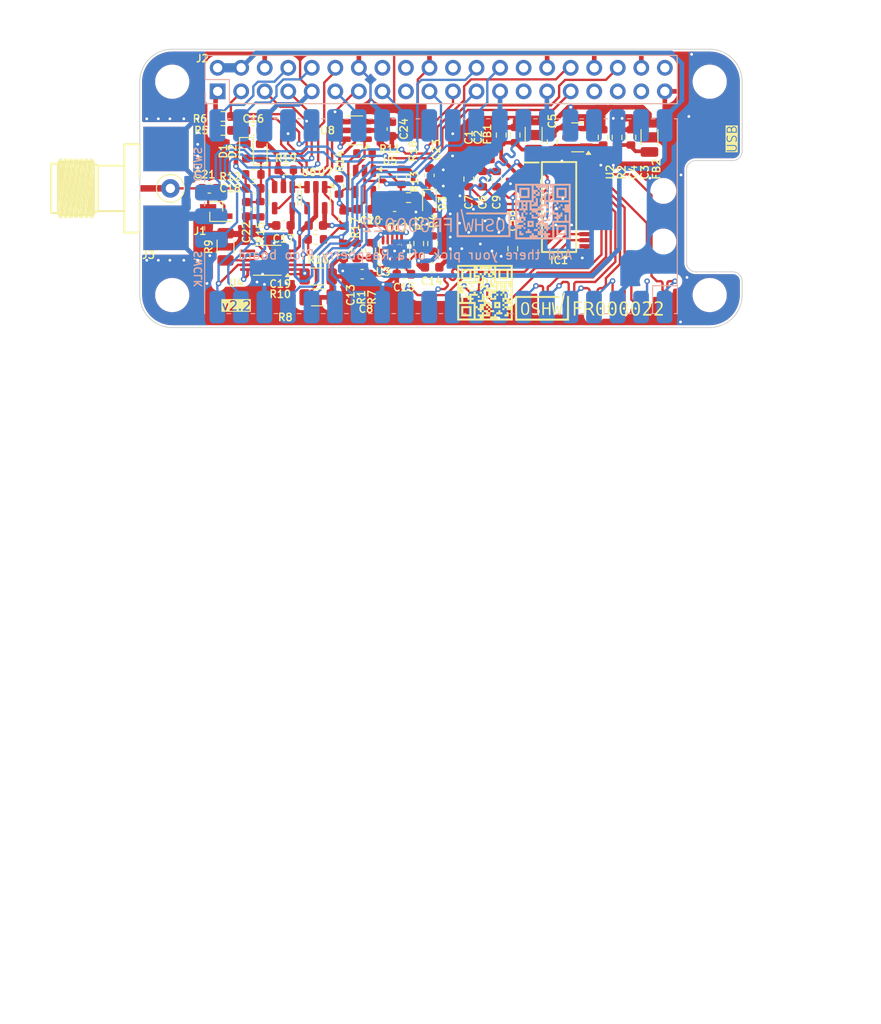
<source format=kicad_pcb>
(kicad_pcb (version 20240108) (generator "pcbnew") (generator_version "8.0")
  (layers (0 "F.Cu" signal) (31 "B.Cu" signal) (34 "B.Paste" user) (35 "F.Paste" user) (36 "B.SilkS" user "B.Silkscreen") (37 "F.SilkS" user "F.Silkscreen") (38 "B.Mask" user) (39 "F.Mask" user) (44 "Edge.Cuts" user))
  (net 0 "")
  (net 1 "SDA")
  (net 2 "+3.3V")
  (net 3 "SCL")
  (net 4 "+3.3VA")
  (net 5 "+5V")
  (net 6 "ADC_VREF")
  (net 7 "Net-(U3-C-)")
  (net 8 "Net-(U3-C+)")
  (net 9 "-3V3")
  (net 10 "GNDA")
  (net 11 "SPI_CLK")
  (net 12 "GPIO28_ADC2")
  (net 13 "TX")
  (net 14 "GPIO26_ADC0")
  (net 15 "GPIO27_ADC1")
  (net 16 "ADC_CLK")
  (net 17 "GPIO2")
  (net 18 "GPIO7")
  (net 19 "GPIO5")
  (net 20 "GPIO3")
  (net 22 "GPIO1")
  (net 23 "GPIO6")
  (net 24 "GPIO0")
  (net 26 "GPIO4")
  (net 28 "GPIO25")
  (net 29 "RX")
  (net 30 "SPI_CS")
  (net 31 "Net-(U3-CP)")
  (net 32 "GPIO21")
  (net 33 "SPI_MO")
  (net 34 "SPI_MI")
  (net 35 "GPIO22")
  (net 36 "GPIO24")
  (net 38 "Net-(D1-A)")
  (net 39 "Net-(J1-Pin_1)")
  (net 41 "Net-(J1-Pin_2)")
  (net 45 "VIN")
  (net 48 "SEL1")
  (net 49 "SEL0")
  (net 50 "Net-(U3-FB+)")
  (net 51 "Net-(U3-FB-)")
  (net 52 "Net-(U4-D1)")
  (net 53 "Net-(U4-D2)")
  (net 54 "Net-(R10-Pad2)")
  (net 55 "Net-(U4-S1)")
  (net 56 "Net-(U5--)")
  (net 57 "Net-(R11-Pad1)")
  (net 58 "Net-(U6--)")
  (net 59 "A00")
  (net 61 "Net-(U5-+)")
  (net 64 "+3.3VP")
  (net 65 "Net-(IC1-IRS)")
  (net 66 "Net-(IC1-VDDIO)")
  (net 67 "/VREF")
  (net 68 "Net-(IC1-VREFT)")
  (net 69 "Net-(IC1-VREFB)")
  (net 70 "Net-(IC1-VCOM)")
  (net 71 "GPIO9")
  (net 72 "GPIO8")
  (footprint "Package_TO_SOT_SMD:SOT-23" (layer "F.Cu") (at 144.5 70.75 180)
    (property "Reference" "U2")
    (property "Value" "LM4040DBZ-2.0")
  )
  (footprint "Resistor_SMD:R_0603_1608Metric" (layer "F.Cu") (at 147.25 70.75 90)
    (property "Reference" "R2")
    (property "Value" "1K")
  )
  (footprint "Capacitor_SMD:C_0603_1608Metric" (layer "F.Cu") (at 125.75 85.5 180)
    (property "Reference" "C15")
    (property "Value" "4.7u")
  )
  (footprint "Diode_SMD:D_0603_1608Metric" (layer "F.Cu") (at 128.5 77.85 -90)
    (property "Reference" "D3")
    (property "Value" "D")
  )
  (footprint "Capacitor_SMD:C_0603_1608Metric" (layer "F.Cu") (at 119.25 83 -90)
    (property "Reference" "C13")
    (property "Value" "2.2u")
  )
  (footprint "Resistor_SMD:R_0603_1608Metric" (layer "F.Cu") (at 121.5 72.5 180)
    (property "Reference" "R11")
    (property "Value" "100")
  )
  (footprint "Resistor_SMD:R_0603_1608Metric" (layer "F.Cu") (at 135.75 75.25 90)
    (property "Reference" "C9")
    (property "Value" "100nF")
  )
  (footprint "LOGO" (layer "F.Cu") (at 134.5 87.5)
    (property "Reference" "G***" (hide yes))
    (property "Value" "LOGO" (hide yes))
  )
  (footprint "Resistor_SMD:R_0603_1608Metric" (layer "F.Cu") (at 118.75 76.05 -90)
    (property "Reference" "R14")
    (property "Value" "100")
  )
  (footprint "Resistor_SMD:R_0603_1608Metric" (layer "F.Cu") (at 127.35 82.2 90)
    (property "Reference" "R3")
    (property "Value" "87k")
  )
  (footprint "Diode_SMD:D_0603_1608Metric" (layer "F.Cu") (at 110.25 72.25 90)
    (property "Reference" "D2")
    (property "Value" "D")
  )
  (footprint "Resistor_SMD:R_0603_1608Metric" (layer "F.Cu") (at 106.25 70 180)
    (property "Reference" "R5")
    (property "Value" "10K")
  )
  (footprint "MountingHole:MountingHole_3.2mm_M3" (layer "F.Cu") (at 158.75 87.75)
    (property "Reference" "REF**" (hide yes))
    (property "Value" "MountingHole_3.2mm_M3")
  )
  (footprint "Package_TO_SOT_SMD:SOT-23-6" (layer "F.Cu") (at 120.5 70 180)
    (property "Reference" "U8")
    (property "Value" "DAC5571")
  )
  (footprint "Diode_SMD:D_0603_1608Metric" (layer "F.Cu") (at 108.75 72.25 -90)
    (property "Reference" "D1")
    (property "Value" "D")
  )
  (footprint "Package_SON:WSON-12-1EP_3x2mm_P0.5mm_EP1x2.65_ThermalVias" (layer "F.Cu") (at 124.75 83 90)
    (property "Reference" "U3")
    (property "Value" "LM27762")
  )
  (footprint "Resistor_SMD:R_0603_1608Metric" (layer "F.Cu") (at 113 74.25)
    (property "Reference" "R19")
    (property "Value" "1K")
  )
  (footprint "TestPoint:TestPoint_Loop_D1.80mm_Drill1.0mm_Beaded" (layer "F.Cu") (at 100.55 76.25)
    (property "Reference" "REF**" (hide yes))
    (property "Value" "TestPoint_Loop_D1.80mm_Drill1.0mm_Beaded")
  )
  (footprint "ICTAMKY_V8:AMPHENOL_132357-11-MOD" (layer "F.Cu") (at 98.5 76.25)
    (property "Reference" "J3")
    (property "Value" "Conn_Coaxial" (hide yes))
  )
  (footprint "MountingHole:MountingHole_3.2mm_M3" (layer "F.Cu") (at 100.75 87.75)
    (property "Reference" "REF**" (hide yes))
    (property "Value" "MountingHole_3.2mm_M3")
  )
  (footprint "Inductor_SMD:L_1206_3216Metric" (layer "F.Cu") (at 152.25 70.75 -90)
    (property "Reference" "FB2")
    (property "Value" "FerriteBead_Small")
  )
  (footprint "Package_SO:MSOP-10_3x3mm_P0.5mm" (layer "F.Cu") (at 111 84 180)
    (property "Reference" "U4")
    (property "Value" "ADG621")
  )
  (footprint "Capacitor_SMD:C_0603_1608Metric" (layer "F.Cu") (at 109.5 76.25)
    (property "Reference" "C18")
    (property "Value" "1p")
  )
  (footprint "Resistor_SMD:R_0603_1608Metric" (layer "F.Cu") (at 126.25 77.25)
    (property "Reference" "R13")
    (property "Value" "100")
  )
  (footprint "LOGO" (layer "F.Cu") (at 145.75 89)
    (property "Reference" "G***" (hide yes))
    (property "Value" "LOGO" (hide yes))
  )
  (footprint "Resistor_SMD:R_0603_1608Metric" (layer "F.Cu") (at 150.25 70.75 90)
    (property "Reference" "C3")
    (property "Value" "100nF")
  )
  (footprint "SamacSys_Parts:SOP65P640X120-28N" (layer "F.Cu") (at 142.495 78.26)
    (property "Reference" "IC1")
    (property "Value" "ADC10080CIMT_NOPB" (hide yes))
  )
  (footprint "MountingHole:MountingHole_3.2mm_M3" (layer "F.Cu") (at 158.75 64.75)
    (property "Reference" "REF**" (hide yes))
    (property "Value" "MountingHole_3.2mm_M3")
  )
  (footprint "Resistor_SMD:R_0603_1608Metric" (layer "F.Cu") (at 132.75 75.25 90)
    (property "Reference" "C7")
    (property "Value" "100nF")
  )
  (footprint "Resistor_SMD:R_0603_1608Metric" (layer "F.Cu") (at 137.75 70.5 90)
    (property "Reference" "C2")
    (property "Value" "100nF")
  )
  (footprint "Resistor_SMD:R_0603_1608Metric" (layer "F.Cu") (at 136.25 70.5 90)
    (property "Reference" "C1")
    (property "Value" "4.7uF")
  )
  (footprint "Resistor_SMD:R_1206_3216Metric" (layer "F.Cu") (at 116.5 88)
    (property "Reference" "R8")
    (property "Value" "47")
  )
  (footprint "Capacitor_SMD:C_0603_1608Metric" (layer "F.Cu") (at 128.5 74.85 90)
    (property "Reference" "C23")
    (property "Value" "160p")
  )
  (footprint "Resistor_SMD:R_0603_1608Metric" (layer "F.Cu") (at 109.5 74.75)
    (property "Reference" "R12")
    (property "Value" "680k")
  )
  (footprint "MountingHole:MountingHole_3.2mm_M3" (layer "F.Cu") (at 100.75 64.75)
    (property "Reference" "REF**" (hide yes))
    (property "Value" "MountingHole_3.2mm_M3")
  )
  (footprint "Capacitor_SMD:C_0603_1608Metric" (layer "F.Cu") (at 121.25 85.5 180)
    (property "Reference" "C8")
    (property "Value" "2.2u")
  )
  (footprint "Resistor_SMD:R_0603_1608Metric" (layer "F.Cu") (at 148.75 70.75 90)
    (property "Reference" "C4")
    (property "Value" "4.7uF")
  )
  (footprint "Resistor_SMD:R_0603_1608Metric" (layer "F.Cu") (at 125.5 75 -90)
    (property "Reference" "R18")
    (property "Value" "1K")
  )
  (footprint "Capacitor_SMD:C_0603_1608Metric" (layer "F.Cu") (at 104.75 76.25)
    (property "Reference" "C21")
    (property "Value" "10n")
  )
  (footprint "Resistor_SMD:R_0603_1608Metric" (layer "F.Cu") (at 122.16 82.925 -90)
    (property "Reference" "R7")
    (property "Value" "50K")
  )
  (footprint "Capacitor_SMD:C_0603_1608Metric" (layer "F.Cu") (at 108.75 78.5 -90)
    (property "Reference" "C22")
    (property "Value" "6.8p")
  )
  (footprint "Capacitor_SMD:C_0603_1608Metric" (layer "F.Cu") (at 112.75 80.25 180)
    (property "Reference" "C17")
    (property "Value" "100n")
  )
  (footprint "Capacitor_SMD:C_0603_1608Metric" (layer "F.Cu") (at 121.5 78.5 180)
    (property "Reference" "C20")
    (property "Value" "100n")
  )
  (footprint "Resistor_SMD:R_0603_1608Metric" (layer "F.Cu") (at 134.25 75.25 90)
    (property "Reference" "C6")
    (property "Value" "100nF")
  )
  (footprint "Resistor_SMD:R_1206_3216Metric" (layer "F.Cu") (at 106.5 82.55 90)
    (property "Reference" "R9")
    (property "Value" "100")
  )
  (footprint "Resistor_SMD:R_0603_1608Metric" (layer "F.Cu") (at 128.85 82.2 90)
    (property "Reference" "R4")
    (property "Value" "50K")
  )
  (footprint "Connector_PinHeader_1.00mm:PinHeader_1x02_P1.00mm_Vertical_SMD_Pin1Left" (layer "F.Cu") (at 105.5 78.75 180)
    (property "Reference" "J1")
    (property "Value" "Conn_01x02_Male")
  )
  (footprint "Capacitor_SMD:C_0603_1608Metric" (layer "F.Cu") (at 116.25 80.25 180)
    (property "Reference" "C19")
    (property "Value" "100n")
  )
  (footprint "Package_TO_SOT_SMD:SOT-23-5" (layer "F.Cu") (at 112.75 77.25 -90)
    (property "Reference" "U6")
    (property "Value" "TPH2501")
  )
  (footprint "Resistor_SMD:R_0603_1608Metric" (layer "F.Cu") (at 119.25 79.5 -90)
    (property "Reference" "R17")
    (property "Value" "1K")
  )
  (footprint "Resistor_SMD:R_0603_1608Metric" (layer "F.Cu") (at 137.5 82.75 -90)
    (property "Reference" "C10")
    (property "Value" "100nF")
  )
  (footprint "Resistor_SMD:R_0603_1608Metric" (layer "F.Cu") (at 141.75 71.25 90)
    (property "Reference" "C5")
    (property "Value" "100nF")
  )
  (footprint "Capacitor_SMD:C_0603_1608Metric" (layer "F.Cu") (at 109.5 70 180)
    (property "Reference" "C16")
    (property "Value" "100n")
  )
  (footprint "Resistor_SMD:R_0603_1608Metric" (layer "F.Cu") (at 116.25 81.75)
    (property "Reference" "R10")
    (property "Value" "680")
  )
  (footprint "Resistor_SMD:R_0603_1608Metric" (layer "F.Cu") (at 106.25 68.5 180)
    (property "Reference" "R6")
    (property "Value" "10K")
  )
  (footprint "Resistor_SMD:R_0603_1608Metric" (layer "F.Cu") (at 120.66 83 -90)
    (property "Reference" "R1")
    (property "Value" "87k")
  )
  (footprint "Capacitor_SMD:C_0603_1608Metric" (layer "F.Cu") (at 124.75 79.25)
    (property "Reference" "C12")
    (property "Value" "2.2u")
  )
  (footprint "Capacitor_SMD:C_0603_1608Metric" (layer "F.Cu") (at 128.8 84.75)
    (property "Reference" "C14")
    (property "Value" "2.2u")
  )
  (footprint "Inductor_SMD:L_1206_3216Metric" (layer "F.Cu") (at 139.75 70.5 -90)
    (property "Reference" "FB1")
    (property "Value" "FerriteBead_Small")
  )
  (footprint "Package_TO_SOT_SMD:SOT-23-5" (layer "F.Cu") (at 121.5 75.5 -90)
    (property "Reference" "U5")
    (property "Value" "OPA830")
  )
  (footprint "Resistor_SMD:R_1206_3216Metric" (layer "F.Cu") (at 116.5 85.75)
    (property "Reference" "R16")
    (property "Value" "100")
  )
  (footprint "Resistor_SMD:R_0603_1608Metric" (layer "F.Cu") (at 110.25 78.5 90)
    (property "Reference" "R15")
    (property "Value" "100k")
  )
  (footprint "Capacitor_SMD:C_0603_1608Metric" (layer "F.Cu") (at 124.45 69.85 -90)
    (property "Reference" "C24")
    (property "Value" "100n")
  )
  (footprint "Package_TO_SOT_SMD:SOT-23-5" (layer "F.Cu") (at 116.25 77.25 -90)
    (property "Reference" "U7")
    (property "Value" "LMH6629")
  )
  (footprint "Connector_PinSocket_2.54mm:PinSocket_2x20_P2.54mm_Vertical" (layer "B.Cu") (at 105.65 65.79 -90)
    (property "Reference" "J2")
    (property "Value" "Conn_02x20_Odd_Even")
  )
  (footprint "LOGO" (layer "B.Cu") (at 140.75 78.75 180)
    (property "Reference" "G***" (hide yes))
    (property "Value" "LOGO" (hide yes))
  )
  (footprint "ICTAMKY_V8:RPi_Pico_SMD" (layer "B.Cu") (at 129.75 79.25 90)
    (property "Reference" "U1" (hide yes))
    (property "Value" "Pico")
  )
  (footprint "LOGO" (layer "B.Cu") (at 129.25 80 180)
    (property "Reference" "G***" (hide yes))
    (property "Value" "LOGO" (hide yes))
  )
  (gr_arc (start 162.249999 87.749999) (mid 161.224873 90.224873) (end 158.75 91.249999) (stroke (width 0.1)) (layer "Edge.Cuts"))
  (gr_line (start 158.75 91.25) (end 100.75 91.25) (stroke (width 0.1)) (layer "Edge.Cuts"))
  (gr_arc (start 156.25 74.25) (mid 156.542893 73.542893) (end 157.25 73.25) (stroke (width 0.1)) (layer "Edge.Cuts"))
  (gr_line (start 157.25 73.25) (end 161.25 73.25) (stroke (width 0.1)) (layer "Edge.Cuts"))
  (gr_arc (start 161.25 85.25) (mid 161.957107 85.542893) (end 162.25 86.25) (stroke (width 0.1)) (layer "Edge.Cuts"))
  (gr_line (start 97.25 87.75) (end 97.25 64.75) (stroke (width 0.1)) (layer "Edge.Cuts"))
  (gr_arc (start 158.749999 61.250001) (mid 161.224873 62.275127) (end 162.249999 64.75) (stroke (width 0.1)) (layer "Edge.Cuts"))
  (gr_line (start 156.25 84.25) (end 156.25 74.25) (stroke (width 0.1)) (layer "Edge.Cuts"))
  (gr_arc (start 162.25 72.25) (mid 161.957107 72.957107) (end 161.25 73.25) (stroke (width 0.1)) (layer "Edge.Cuts"))
  (gr_arc (start 157.25 85.25) (mid 156.542893 84.957107) (end 156.25 84.25) (stroke (width 0.1)) (layer "Edge.Cuts"))
  (gr_arc (start 97.250001 64.75) (mid 98.275127 62.275126) (end 100.75 61.25) (stroke (width 0.1)) (layer "Edge.Cuts"))
  (gr_line (start 100.75 61.25) (end 158.75 61.25) (stroke (width 0.1)) (layer "Edge.Cuts"))
  (gr_line (start 161.25 85.25) (end 157.25 85.25) (stroke (width 0.1)) (layer "Edge.Cuts"))
  (gr_arc (start 100.750001 91.249999) (mid 98.275127 90.224873) (end 97.250001 87.75) (stroke (width 0.1)) (layer "Edge.Cuts"))
  (gr_line (start 162.25 64.75) (end 162.25 72.25) (stroke (width 0.1)) (layer "Edge.Cuts"))
  (gr_line (start 162.25 86.25) (end 162.25 87.75) (stroke (width 0.1)) (layer "Edge.Cuts"))
  (gr_text "Add there your pick of a Raspberry Pico board" (at 144 84 0) (layer "B.SilkS") (effects (font (size 1 1)) (justify left bottom mirror)))
  (gr_text "v2.2" (at 106 89.5 0) (layer "F.SilkS" knockout) (effects (font (size 1 1)) (justify left bottom)))
  (gr_text "USB" (at 161.75 72.5 90) (layer "F.SilkS" knockout) (effects (font (size 1 1) (thickness 0.1)) (justify left bottom)))
  (segment (start 107.075 68.5) (end 107.075 67.005) (width 0.25) (layer "F.Cu") (net 1))
  (segment (start 114.675 72.875) (end 114.775 72.975) (width 0.25) (layer "F.Cu") (net 1))
  (segment (start 114.675 72.575) (end 114.675 72.875) (width 0.25) (layer "F.Cu") (net 1))
  (segment (start 107.325 68.25) (end 107.075 68.5) (width 0.25) (layer "F.Cu") (net 1))
  (segment (start 113.4 68.25) (end 107.325 68.25) (width 0.25) (layer "F.Cu") (net 1))
  (segment (start 114.375 72.575) (end 114.775 72.975) (width 0.25) (layer "F.Cu") (net 1))
  (segment (start 115.25 70.1) (end 113.4 68.25) (width 0.25) (layer "F.Cu") (net 1))
  (segment (start 117.5 69.75) (end 118.2 69.05) (width 0.25) (layer "F.Cu") (net 1))
  (segment (start 114.775 72.975) (end 115.25 73.45) (width 0.25) (layer "F.Cu") (net 1))
  (segment (start 115.25 72) (end 115.25 70.1) (width 0.25) (layer "F.Cu") (net 1))
  (segment (start 114.675 72.575) (end 115.25 72) (width 0.25) (layer "F.Cu") (net 1))
  (segment (start 118.2 69.05) (end 119.3625 69.05) (width 0.25) (layer "F.Cu") (net 1))
  (segment (start 114.675 72.575) (end 114.375 72.575) (width 0.25) (layer "F.Cu") (net 1))
  (segment (start 115.25 73.95) (end 115.75 74.45) (width 0.25) (layer "F.Cu") (net 1))
  (segment (start 113.25 70.35) (end 113.25 71.45) (width 0.25) (layer "F.Cu") (net 1))
  (segment (start 115.75 74.45) (end 116.842894 74.45) (width 0.25) (layer "F.Cu") (net 1))
  (segment (start 113.25 71.45) (end 114.375 72.575) (width 0.25) (layer "F.Cu") (net 1))
  (segment (start 116.842894 74.45) (end 117.5 73.792894) (width 0.25) (layer "F.Cu") (net 1))
  (segment (start 108.29 65.79) (end 108.19 65.79) (width 0.25) (layer "F.Cu") (net 1))
  (segment (start 117.5 73.792894) (end 117.5 69.75) (width 0.25) (layer "F.Cu") (net 1))
  (segment (start 115.25 73.45) (end 115.25 73.95) (width 0.25) (layer "F.Cu") (net 1))
  (segment (start 107.075 67.005) (end 108.29 65.79) (width 0.25) (layer "F.Cu") (net 1))
  (via (at 113.25 70.35) (size 0.6) (drill 0.3) (layers "F.Cu" "B.Cu") (net 1))
  (segment (start 113.25 70.35) (end 113.24 70.36) (width 0.25) (layer "B.Cu") (net 1))
  (segment (start 147.25 67.75) (end 147.25 68.25) (width 0.5) (layer "F.Cu") (net 2))
  (segment (start 143.5 67.5) (end 143.75 67.5) (width 0.5) (layer "F.Cu") (net 2))
  (segment (start 151.5 67.5) (end 152.25 68.25) (width 0.5) (layer "F.Cu") (net 2))
  (segment (start 139.75 68.925) (end 139.925 68.75) (width 0.5) (layer "F.Cu") (net 2))
  (segment (start 143.75 67.5) (end 146.5 67.5) (width 0.5) (layer "F.Cu") (net 2))
  (segment (start 147.25 68.25) (end 146.75 67.75) (width 0.5) (layer "F.Cu") (net 2))
  (segment (start 139.925 68.75) (end 142.25 68.75) (width 0.5) (layer "F.Cu") (net 2))
  (segment (start 147.25 68.25) (end 147.25 69.925) (width 0.5) (layer "F.Cu") (net 2))
  (segment (start 146.5 67.5) (end 151.5 67.5) (width 0.5) (layer "F.Cu") (net 2))
  (segment (start 142.25 68.75) (end 143.5 67.5) (width 0.5) (layer "F.Cu") (net 2))
  (segment (start 147.5 67.5) (end 146.5 67.5) (width 0.5) (layer "F.Cu") (net 2))
  (segment (start 147.25 68.25) (end 148 67.5) (width 0.5) (layer "F.Cu") (net 2))
  (segment (start 147.75 67.75) (end 147.5 67.5) (width 0.5) (layer "F.Cu") (net 2))
  (segment (start 146.75 67.75) (end 147.25 67.75) (width 0.5) (layer "F.Cu") (net 2))
  (segment (start 148 67.5) (end 148.25 67.5) (width 0.5) (layer "F.Cu") (net 2))
  (segment (start 147.25 67.75) (end 147.75 67.75) (width 0.5) (layer "F.Cu") (net 2))
  (segment (start 152.25 68.25) (end 152.25 69.175) (width 0.5) (layer "F.Cu") (net 2))
  (via (at 143.75 67.5) (size 0.6) (drill 0.3) (layers "F.Cu" "B.Cu") (net 2))
  (segment (start 143.75 67.5) (end 143.75 70.33) (width 0.5) (layer "B.Cu") (net 2))
  (segment (start 143.75 70.5) (end 143.75 70.39) (width 0.5) (layer "B.Cu") (net 2))
  (segment (start 143.75 70.33) (end 143.72 70.36) (width 0.5) (layer "B.Cu") (net 2))
  (segment (start 143.75 70.39) (end 143.72 70.36) (width 0.5) (layer "B.Cu") (net 2))
  (segment (start 143.75 70.925) (end 143.75 70.5) (width 0.5) (layer "B.Cu") (net 2))
  (segment (start 114.75 74.45) (end 115.25 74.95) (width 0.25) (layer "F.Cu") (net 3))
  (segment (start 114.45 70.2) (end 114.45 71.45) (width 0.25) (layer "F.Cu") (net 3))
  (segment (start 112.9 69.65) (end 112.65 69.9) (width 0.25) (layer "F.Cu") (net 3))
  (segment (start 118 74) (end 118 71) (width 0.25) (layer "F.Cu") (net 3))
  (segment (start 112.39 67.45) (end 110.73 65.79) (width 0.25) (layer "F.Cu") (net 3))
  (segment (start 117.05 74.95) (end 118 74) (width 0.25) (layer "F.Cu") (net 3))
  (segment (start 112 68.75) (end 112.625 69.375) (width 0.25) (layer "F.Cu") (net 3))
  (segment (start 112.75 69.5) (end 112.9 69.65) (width 0.25) (layer "F.Cu") (net 3))
  (segment (start 112.5 71.5) (end 114.75 73.75) (width 0.25) (layer "F.Cu") (net 3))
  (segment (start 112.625 69.375) (end 112.65 69.4) (width 0.25) (layer "F.Cu") (net 3))
  (segment (start 114.75 73.75) (end 114.75 74.45) (width 0.25) (layer "F.Cu") (net 3))
  (segment (start 113.9 69.65) (end 114.45 70.2) (width 0.25) (layer "F.Cu") (net 3))
  (segment (start 115.25 74.95) (end 117.05 74.95) (width 0.25) (layer "F.Cu") (net 3))
  (segment (start 112.9 69.65) (end 113.9 69.65) (width 0.25) (layer "F.Cu") (net 3))
  (segment (start 112.65 69.9) (end 112.5 70.05) (width 0.25) (layer "F.Cu") (net 3))
  (segment (start 107.075 69.925) (end 108.25 68.75) (width 0.25) (layer "F.Cu") (net 3))
  (segment (start 112.65 69.4) (end 112.65 69.9) (width 0.25) (layer "F.Cu") (net 3))
  (segment (start 108.25 68.75) (end 112 68.75) (width 0.25) (layer "F.Cu") (net 3))
  (segment (start 119 70) (end 119.3625 70) (width 0.25) (layer "F.Cu") (net 3))
  (segment (start 112.5 70.05) (end 112.5 71.5) (width 0.25) (layer "F.Cu") (net 3))
  (segment (start 113.7 67.45) (end 112.39 67.45) (width 0.25) (layer "F.Cu") (net 3))
  (segment (start 107.075 70) (end 107.075 69.925) (width 0.25) (layer "F.Cu") (net 3))
  (segment (start 112.625 69.375) (end 112.75 69.5) (width 0.25) (layer "F.Cu") (net 3))
  (segment (start 115.25 69) (end 113.7 67.45) (width 0.25) (layer "F.Cu") (net 3))
  (segment (start 118 71) (end 119 70) (width 0.25) (layer "F.Cu") (net 3))
  (via (at 115.25 69) (size 0.6) (drill 0.3) (layers "F.Cu" "B.Cu") (net 3))
  (via (at 114.45 71.45) (size 0.6) (drill 0.3) (layers "F.Cu" "B.Cu") (net 3))
  (segment (start 115.78 70.47) (end 115.78 70.36) (width 0.25) (layer "B.Cu") (net 3))
  (segment (start 114.45 71.45) (end 114.8 71.45) (width 0.25) (layer "B.Cu") (net 3))
  (segment (start 114.8 71.45) (end 115.78 70.47) (width 0.25) (layer "B.Cu") (net 3))
  (segment (start 107.975 71.45) (end 108.7375 71.45) (width 0.5) (layer "F.Cu") (net 4))
  (segment (start 119 82.225) (end 119 81.5) (width 0.5) (layer "F.Cu") (net 4))
  (segment (start 122.95 80) (end 122.7 80.25) (width 0.25) (layer "F.Cu") (net 4))
  (segment (start 108.725 70) (end 108.725 71.4375) (width 0.5) (layer "F.Cu") (net 4))
  (segment (start 113.525 80.25) (end 113.7 80.075) (width 0.5) (layer "F.Cu") (net 4))
  (segment (start 124.425 69.05) (end 124.45 69.075) (width 0.25) (layer "F.Cu") (net 4))
  (segment (start 108.7375 71.45) (end 108.75 71.4625) (width 0.5) (layer "F.Cu") (net 4))
  (segment (start 120.45 69.424828) (end 120.824828 69.05) (width 0.3) (layer "F.Cu") (net 4))
  (segment (start 122.45 76.6375) (end 122.45 78.325) (width 0.5) (layer "F.Cu") (net 4))
  (segment (start 122.95 79.3) (end 122.275 78.625) (width 0.5) (layer "F.Cu") (net 4))
  (segment (start 122.7 80.25) (end 122.65 80.25) (width 0.25) (layer "F.Cu") (net 4))
  (segment (start 122.275 78.625) (end 122.275 78.5) (width 0.25) (layer "F.Cu") (net 4))
  (segment (start 122.95 79.3) (end 122.95 80) (width 0.25) (layer "F.Cu") (net 4))
  (segment (start 117.025 80.25) (end 118 80.25) (width 0.5) (layer "F.Cu") (net 4))
  (segment (start 117.025 80.25) (end 117.2 80.075) (width 0.5) (layer "F.Cu") (net 4))
  (segment (start 121 80.25) (end 120.66 80.59) (width 0.5) (layer "F.Cu") (net 4))
  (segment (start 120.61 82.225) (end 120.66 82.175) (width 0.25) (layer "F.Cu") (net 4))
  (segment (start 120.45 71.3) (end 120.45 69.424828) (width 0.3) (layer "F.Cu") (net 4))
  (segment (start 108.725 71.4375) (end 108.75 71.4625) (width 0.25) (layer "F.Cu") (net 4))
  (segment (start 122.95 80) (end 122.95 80.25) (width 0.25) (layer "F.Cu") (net 4))
  (segment (start 122.65 80.25) (end 122.25 80.25) (width 0.25) (layer "F.Cu") (net 4))
  (segment (start 123.5 80.25) (end 123.25 80.25) (width 0.25) (layer "F.Cu") (net 4))
  (segment (start 113.525 78.5625) (end 113.7 78.3875) (width 0.25) (layer "F.Cu") (net 4))
  (segment (start 121.6375 69.05) (end 124.425 69.05) (width 0.5) (layer "F.Cu") (net 4))
  (segment (start 113.7 80.075) (end 113.7 78.3875) (width 0.5) (layer "F.Cu") (net 4))
  (segment (start 119 82.225) (end 120.61 82.225) (width 0.5) (layer "F.Cu") (net 4))
  (segment (start 118.8 74.15) (end 118.8 72.95) (width 0.3) (layer "F.Cu") (net 4))
  (segment (start 118.8 72.95) (end 120.45 71.3) (width 0.3) (layer "F.Cu") (net 4))
  (segment (start 108.8875 85.6125) (end 108.8875 85) (width 0.3) (layer "F.Cu") (net 4))
  (segment (start 123.25 80.25) (end 122.65 80.25) (width 0.25) (layer "F.Cu") (net 4))
  (segment (start 108.45 86.05) (end 108.8875 85.6125) (width 0.3) (layer "F.Cu") (net 4))
  (segment (start 117.2 80.075) (end 117.2 78.3875) (width 0.5) (layer "F.Cu") (net 4))
  (segment (start 120.66 80.59) (end 120.66 82.175) (width 0.5) (layer "F.Cu") (net 4))
  (segment (start 122.25 80.25) (end 121 80.25) (width 0.5) (layer "F.Cu") (net 4))
  (segment (start 124 82.05) (end 124 80.75) (width 0.25) (layer "F.Cu") (net 4))
  (segment (start 123.2 80.25) (end 123.25 80.25) (width 0.25) (layer "F.Cu") (net 4))
  (segment (start 120.824828 69.05) (end 121.6375 69.05) (width 0.3) (layer "F.Cu") (net 4))
  (segment (start 124 80.75) (end 123.5 80.25) (width 0.25) (layer "F.Cu") (net 4))
  (segment (start 113.525 80.25) (end 113.525 81.475) (width 0.5) (layer "F.Cu") (net 4))
  (segment (start 122.95 80) (end 123.2 80.25) (width 0.25) (layer "F.Cu") (net 4))
  (segment (start 107.625 71.8) (end 107.975 71.45) (width 0.5) (layer "F.Cu") (net 4))
  (segment (start 122.45 78.325) (end 122.275 78.5) (width 0.25) (layer "F.Cu") (net 4))
  (segment (start 113.525 81.475) (end 113.5 81.5) (width 0.3) (layer "F.Cu") (net 4))
  (segment (start 107.625 73.875) (end 107.625 71.8) (width 0.5) (layer "F.Cu") (net 4))
  (via (at 118 80.25) (size 0.6) (drill 0.3) (layers "F.Cu" "B.Cu") (net 4))
  (via (at 108.45 86.05) (size 0.6) (drill 0.3) (layers "F.Cu" "B.Cu") (net 4))
  (via (at 119 81.5) (size 0.6) (drill 0.3) (layers "F.Cu" "B.Cu") (net 4))
  (via (at 107.625 73.875) (size 0.6) (drill 0.3) (layers "F.Cu" "B.Cu") (net 4))
  (via (at 113.5 81.5) (size 0.6) (drill 0.3) (layers "F.Cu" "B.Cu") (net 4))
  (via (at 118.8 74.15) (size 0.6) (drill 0.3) (layers "F.Cu" "B.Cu") (net 4))
  (segment (start 115.85 83.4) (end 115.85 85.65) (width 0.3) (layer "B.Cu") (net 4))
  (segment (start 110.75 81.15) (end 110.75 81.5) (width 0.3) (layer "B.Cu") (net 4))
  (segment (start 110 76.25) (end 107.625 73.875) (width 0.3) (layer "B.Cu") (net 4))
  (segment (start 110.15 83.35) (end 110.75 82.75) (width 0.3) (layer "B.Cu") (net 4))
  (segment (start 119.65 79.85) (end 119.65 80.2) (width 0.3) (layer "B.Cu") (net 4))
  (segment (start 110.75 82.75) (end 110.75 81.5) (width 0.3) (layer "B.Cu") (net 4))
  (segment (start 113.15 81.15) (end 111 81.15) (width 0.3) (layer "B.Cu") (net 4))
  (segment (start 119.65 80.85) (end 119.65 80.65) (width 0.3) (layer "B.Cu") (net 4))
  (segment (start 114.55 86.25) (end 114 85.7) (width 0.3) (layer "B.Cu") (net 4))
  (segment (start 108.9 83.35) (end 110.15 83.35) (width 0.3) (layer "B.Cu") (net 4))
  (segment (start 119.65 75) (end 119.65 79.85) (width 0.3) (layer "B.Cu") (net 4))
  (segment (start 119.25 80.25) (end 119.6 80.25) (width 0.3) (layer "B.Cu") (net 4))
  (segment (start 117.75 81.5) (end 115.85 83.4) (width 0.3) (layer "B.Cu") (net 4))
  (segment (start 114 85.7) (end 114 82) (width 0.3) (layer "B.Cu") (net 4))
  (segment (start 110.25 81.15) (end 110 80.9) (width 0.3) (layer "B.Cu") (net 4))
  (segment (start 110.75 81.4) (end 110.5 81.15) (width 0.3) (layer "B.Cu") (net 4))
  (segment (start 115.85 85.65) (end 115.25 86.25) (width 0.3) (layer "B.Cu") (net 4))
  (segment (start 119.65 80.2) (end 119.65 80.65) (width 0.3) (layer "B.Cu") (net 4))
  (segment (start 119 81.5) (end 117.75 81.5) (width 0.3) (layer "B.Cu") (net 4))
  (segment (start 119.25 80.25) (end 119.65 79.85) (width 0.3) (layer "B.Cu") (net 4))
  (segment (start 110.5 81.15) (end 110.25 81.15) (width 0.3) (layer "B.Cu") (net 4))
  (segment (start 110.75 81.5) (end 110.75 81.4) (width 0.3) (layer "B.Cu") (net 4))
  (segment (start 110.75 81.4) (end 111 81.15) (width 0.3) (layer "B.Cu") (net 4))
  (segment (start 108.45 83.8) (end 108.9 83.35) (width 0.3) (layer "B.Cu") (net 4))
  (segment (start 108.45 86.05) (end 108.45 83.8) (width 0.3) (layer "B.Cu") (net 4))
  (segment (start 111 81.15) (end 110.5 81.15) (width 0.3) (layer "B.Cu") (net 4))
  (segment (start 119.6 80.25) (end 119.65 80.2) (width 0.3) (layer "B.Cu") (net 4))
  (segment (start 113.5 81.5) (end 113.15 81.15) (width 0.3) (layer "B.Cu") (net 4))
  (segment (start 119.25 80.25) (end 119.65 80.65) (width 0.3) (layer "B.Cu") (net 4))
  (segment (start 110 80.9) (end 110 76.25) (width 0.3) (layer "B.Cu") (net 4))
  (segment (start 114 82) (end 113.5 81.5) (width 0.3) (layer "B.Cu") (net 4))
  (segment (start 118 80.25) (end 119.25 80.25) (width 0.3) (layer "B.Cu") (net 4))
  (segment (start 118.8 74.15) (end 119.65 75) (width 0.3) (layer "B.Cu") (net 4))
  (segment (start 115.25 86.25) (end 114.55 86.25) (width 0.3) (layer "B.Cu") (net 4))
  (segment (start 119 81.5) (end 119.65 80.85) (width 0.3) (layer "B.Cu") (net 4))
  (segment (start 125.75 81) (end 126 81) (width 0.3) (layer "F.Cu") (net 5))
  (segment (start 123.5 82.05) (end 123.5 81.5) (width 0.3) (layer "F.Cu") (net 5))
  (segment (start 125.5 81.25) (end 125.75 81) (width 0.3) (layer "F.Cu") (net 5))
  (segment (start 123.5 81.5) (end 123.25 81.25) (width 0.3) (layer "F.Cu") (net 5))
  (segment (start 125.5 82.05) (end 125.5 81.25) (width 0.3) (layer "F.Cu") (net 5))
  (segment (start 124.5 84.5) (end 123.5 85.5) (width 0.25) (layer "F.Cu") (net 5))
  (segment (start 124.5 83.95) (end 124.5 84.5) (width 0.25) (layer "F.Cu") (net 5))
  (segment (start 123.5 85.5) (end 122.025 85.5) (width 0.5) (layer "F.Cu") (net 5))
  (via (at 123.5 85.5) (size 0.6) (drill 0.3) (layers "F.Cu" "B.Cu") (net 5))
  (via (at 123.25 81.25) (size 0.6) (drill 0.3) (layers "F.Cu" "B.Cu") (net 5))
  (via (at 126 81) (size 0.6) (drill 0.3) (layers "F.Cu" "B.Cu") (net 5))
  (segment (start 153.88 70.36) (end 153.88 68.62) (width 0.5) (layer "B.Cu") (net 5))
  (segment (start 123.5 85.5) (end 123.65 85.65) (width 0.5) (layer "B.Cu") (net 5))
  (segment (start 154.6 61.65) (end 109.79 61.65) (width 0.5) (layer "B.Cu") (net 5))
  (segment (start 155.75 62.8) (end 154.6 61.65) (width 0.5) (layer "B.Cu") (net 5))
  (segment (start 123.65 85.65) (end 146.1 85.65) (width 0.5) (layer "B.Cu") (net 5))
  (segment (start 105.65 63.25) (end 108.19 63.25) (width 1) (layer "B.Cu") (net 5))
  (segment (start 149.65 74.1) (end 152.9 74.1) (width 0.5) (layer "B.Cu") (net 5))
  (segment (start 146.1 85.65) (end 149 82.75) (width 0.5) (layer "B.Cu") (net 5))
  (segment (start 149 82.75) (end 149 74.75) (width 0.5) (layer "B.Cu") (net 5))
  (segment (start 123.25 81.25) (end 123.5 81) (width 0.5) (layer "B.Cu") (net 5))
  (segment (start 153.88 68.62) (end 155.75 66.75) (width 0.5) (layer "B.Cu") (net 5))
  (segment (start 155.75 66.75) (end 155.75 62.8) (width 0.5) (layer "B.Cu") (net 5))
  (segment (start 109.79 61.65) (end 108.19 63.25) (width 0.5) (layer "B.Cu") (net 5))
  (segment (start 122.65 84.65) (end 123.5 85.5) (width 0.5) (layer "B.Cu") (net 5))
  (segment (start 122.65 81.85) (end 122.65 84.65) (width 0.5) (layer "B.Cu") (net 5))
  (segment (start 153.88 73.12) (end 153.88 70.36) (width 0.5) (layer "B.Cu") (net 5))
  (segment (start 152.9 74.1) (end 153.88 73.12) (width 0.5) (layer "B.Cu") (net 5))
  (segment (start 123.25 81.25) (end 122.65 81.85) (width 0.5) (layer "B.Cu") (net 5))
  (segment (start 123.5 81) (end 126 81) (width 0.5) (layer "B.Cu") (net 5))
  (segment (start 149 74.75) (end 149.65 74.1) (width 0.5) (layer "B.Cu") (net 5))
  (segment (start 141.18 70.36) (end 141.18 65.82) (width 0.5) (layer "B.Cu") (net 6))
  (segment (start 141.18 65.82) (end 141.21 65.79) (width 0.25) (layer "B.Cu") (net 6))
  (segment (start 125 79.775) (end 125.525 79.25) (width 0.25) (layer "F.Cu") (net 7))
  (segment (start 125 82.05) (end 125 79.775) (width 0.25) (layer "F.Cu") (net 7))
  (segment (start 124.5 79.775) (end 123.975 79.25) (width 0.25) (layer "F.Cu") (net 8))
  (segment (start 124.5 82.05) (end 124.5 79.775) (width 0.25) (layer "F.Cu") (net 8))
  (segment (start 119.375 78.55) (end 120.675 78.55) (width 0.5) (layer "F.Cu") (net 9))
  (segment (start 126 83.95) (end 126.425 83.95) (width 0.25) (layer "F.Cu") (net 9))
  (segment (start 121.5 75.45) (end 121.5 75.7) (width 0.25) (layer "F.Cu") (net 9))
  (segment (start 121.5 75.7) (end 121.5 77.725) (width 0.25) (layer "F.Cu") (net 9))
  (segment (start 121.5 74.3625) (end 121.5 75.25) (width 0.25) (layer "F.Cu") (net 9))
  (segment (start 116.25 79.25) (end 116.25 76.1125) (width 0.5) (layer "F.Cu") (net 9))
  (segment (start 121.75 75.45) (end 121.5 75.7) (width 0.25) (layer "F.Cu") (net 9))
  (segment (start 121.8 75.45) (end 123.2 75.45) (width 0.25) (layer "F.Cu") (net 9))
  (segment (start 126.425 83.95) (end 127.35 83.025) (width 0.25) (layer "F.Cu") (net 9))
  (segment (start 119.25 78.675) (end 119.25 78.3) (width 0.5) (layer "F.Cu") (net 9))
  (segment (start 126.75 75.75) (end 126.75 74.75) (width 0.5) (layer "F.Cu") (net 9))
  (segment (start 114 83) (end 114.5 82.5) (width 0.3) (layer "F.Cu") (net 9))
  (segment (start 123.9 75.75) (end 123.6 75.45) (width 0.5) (layer "F.Cu") (net 9))
  (segment (start 129.5625 78.6375) (end 128.5 78.6375) (width 0.5) (layer "F.Cu") (net 9))
  (segment (start 115.475 80.025) (end 116.25 79.25) (width 0.5) (layer "F.Cu") (net 9))
  (segment (start 121.5 75.45) (end 121.8 75.45) (width 0.25) (layer "F.Cu") (net 9))
  (segment (start 126.75 74.75) (end 126.175 74.175) (width 0.5) (layer "F.Cu") (net 9))
  (segment (start 112.75 75) (end 112.75 74.825) (width 0.5) (layer "F.Cu") (net 9))
  (segment (start 112.75 74.825) (end 112.175 74.25) (width 0.5) (layer "F.Cu") (net 9))
  (segment (start 119.25 78.675) (end 119.375 78.55) (width 0.25) (layer "F.Cu") (net 9))
  (segment (start 123.6 75.45) (end 123.2 75.45) (width 0.5) (layer "F.Cu") (net 9))
  (segment (start 127.35 84.5) (end 127.35 83.025) (width 0.5) (layer "F.Cu") (net 9))
  (segment (start 112.75 76.1125) (end 112.75 75) (width 0.5) (layer "F.Cu") (net 9))
  (segment (start 111.975 80.25) (end 111.15 80.25) (width 0.5) (layer "F.Cu") (net 9))
  (segment (start 126.175 74.175) (end 125.5 74.175) (width 0.5) (layer "F.Cu") (net 9))
  (segment (start 113.1125 83) (end 114 83) (width 0.3) (layer "F.Cu") (net 9))
  (segment (start 121.5 77.725) (end 120.725 78.5) (width 0.25) (layer "F.Cu") (net 9))
  (segment (start 111.15 80.25) (end 110.95 80.45) (width 0.5) (layer "F.Cu") (net 9))
  (segment (start 120.675 78.55) (end 120.725 78.5) (width 0.25) (layer "F.Cu") (net 9))
  (segment (start 121.8 75.45) (end 121.75 75.45) (width 0.25) (layer "F.Cu") (net 9))
  (segment (start 112.175 74.25) (end 112.175 72.675) (width 0.5) (layer "F.Cu") (net 9))
  (segment (start 129.6 78.6) (end 129.5625 78.6375) (width 0.5) (layer "F.Cu") (net 9))
  (segment (start 121.8 75.45) (end 121.7 75.45) (width 0.25) (layer "F.Cu") (net 9))
  (segment (start 121.7 75.45) (end 121.5 75.25) (width 0.25) (layer "F.Cu") (net 9))
  (segment (start 115.475 80.25) (end 115.25 80.25) (width 0.3) (layer "F.Cu") (net 9))
  (segment (start 114.5 82.5) (end 114.5 81) (width 0.3) (layer "F.Cu") (net 9))
  (segment (start 110.9625 71.4625) (end 110.25 71.4625) (width 0.5) (layer "F.Cu") (net 9))
  (segment (start 110.275 71.4375) (end 110.25 71.4625) (width 0.25) (layer "F.Cu") (net 9))
  (segment (start 128.025 84.75) (end 127.6 84.75) (width 0.5) (layer "F.Cu") (net 9))
  (segment (start 112.175 72.675) (end 110.9625 71.4625) (width 0.5) (layer "F.Cu") (net 9))
  (segment (start 110.275 70) (end 110.275 71.4375) (width 0.5) (layer "F.Cu") (net 9))
  (segment (start 127.6 84.75) (end 127.35 84.5) (width 0.5) (layer "F.Cu") (net 9))
  (segment (start 115.25 80.25) (end 114.5 81) (width 0.5) (layer "F.Cu") (net 9))
  (segment (start 119.25 78.3) (end 118.8 77.85) (width 0.5) (layer "F.Cu") (net 9))
  (segment (start 115.475 80.25) (end 115.475 80.025) (width 0.25) (layer "F.Cu") (net 9))
  (segment (start 121.5 75.25) (end 121.5 75.45) (width 0.25) (layer "F.Cu") (net 9))
  (via (at 123.9 75.75) (size 0.6) (drill 0.3) (layers "F.Cu" "B.Cu") (net 9))
  (via (at 127.35 84.05) (size 0.6) (drill 0.3) (layers "F.Cu" "B.Cu") (net 9))
  (via (at 126.75 75.75) (size 0.6) (drill 0.3) (layers "F.Cu" "B.Cu") (net 9))
  (via (at 114.5 81) (size 0.6) (drill 0.3) (layers "F.Cu" "B.Cu") (net 9))
  (via (at 112.75 75) (size 0.6) (drill 0.3) (layers "F.Cu" "B.Cu") (net 9))
  (via (at 118.8 77.85) (size 0.6) (drill 0.3) (layers "F.Cu" "B.Cu") (net 9))
  (via (at 110.95 80.45) (size 0.6) (drill 0.3) (layers "F.Cu" "B.Cu") (net 9))
  (via (at 129.6 78.6) (size 0.6) (drill 0.3) (layers "F.Cu" "B.Cu") (net 9))
  (segment (start 113.75 75.35) (end 114.1 75) (width 0.3) (layer "B.Cu") (net 9))
  (segment (start 123.9 75.75) (end 126.75 75.75) (width 0.5) (layer "B.Cu") (net 9))
  (segment (start 129.6 83.2) (end 128.75 84.05) (width 0.5) (layer "B.Cu") (net 9))
  (segment (start 113.4 75) (end 113.25 75) (width 0.3) (layer "B.Cu") (net 9))
  (segment (start 110.95 80.45) (end 110.95 75.45) (width 0.3) (layer "B.Cu") (net 9))
  (segment (start 114.1 75) (end 114.25 75) (width 0.3) (layer "B.Cu") (net 9))
  (segment (start 113.75 75.45) (end 113.75 78.25) (width 0.3) (layer "B.Cu") (net 9))
  (segment (start 113.75 78.25) (end 114.5 79) (width 0.3) (layer "B.Cu") (net 9))
  (segment (start 129.6 77.85) (end 127.5 75.75) (width 0.5) (layer "B.Cu") (net 9))
  (segment (start 118.8 76.1) (end 118.8 77.85) (width 0.3) (layer "B.Cu") (net 9))
  (segment (start 113.75 75.45) (end 113.75 75.35) (width 0.3) (layer "B.Cu") (net 9))
  (segment (start 113.75 75.35) (end 113.4 75) (width 0.3) (layer "B.Cu") (net 9))
  (segment (start 113.75 75) (end 113.75 75.45) (width 0.3) (layer "B.Cu") (net 9))
  (segment (start 127.5 75.75) (end 126.75 75.75) (width 0.5) (layer "B.Cu") (net 9))
  (segment (start 112.75 75) (end 113.25 75) (width 0.3) (layer "B.Cu") (net 9))
  (segment (start 111.4 75) (end 112.75 75) (width 0.3) (layer "B.Cu") (net 9))
  (segment (start 117.7 75) (end 118.8 76.1) (width 0.3) (layer "B.Cu") (net 9))
  (segment (start 129.6 78.6) (end 129.6 83.2) (width 0.5) (layer "B.Cu") (net 9))
  (segment (start 114.25 75) (end 117.7 75) (width 0.3) (layer "B.Cu") (net 9))
  (segment (start 114.5 79) (end 114.5 81) (width 0.3) (layer "B.Cu") (net 9))
  (segment (start 110.95 75.45) (end 111.4 75) (width 0.3) (layer "B.Cu") (net 9))
  (segment (start 129.6 78.6) (end 129.6 77.85) (width 0.5) (layer "B.Cu") (net 9))
  (segment (start 114 75) (end 114.25 75) (width 0.3) (layer "B.Cu") (net 9))
  (segment (start 128.75 84.05) (end 127.35 84.05) (width 0.5) (layer "B.Cu") (net 9))
  (segment (start 113.25 75) (end 114 75) (width 0.3) (layer "B.Cu") (net 9))
  (segment (start 141.75 70.425) (end 138.5 70.425) (width 0.5) (layer "F.Cu") (net 10))
  (segment (start 127.25 69.925) (end 127.25 64.51) (width 0.25) (layer "F.Cu") (net 10))
  (segment (start 137.8 83.575) (end 138.89 82.485) (width 0.4) (layer "F.Cu") (net 10))
  (segment (start 123.5 83.95) (end 123.5 83.25) (width 0.25) (layer "F.Cu") (net 10))
  (segment (start 113.1125 83.5) (end 112.1 83.5) (width 0.3) (layer "F.Cu") (net 10))
  (segment (start 122.15 64.51) (end 120.89 63.25) (width 0.25) (layer "F.Cu") (net 10))
  (segment (start 136.25 83.575) (end 137.5 83.575) (width 0.5) (layer "F.Cu") (net 10))
  (segment (start 145.433 74.035) (end 146.715 74.035) (width 0.4) (layer "F.Cu") (net 10))
  (segment (start 127.25 64.51) (end 128.51 63.25) (width 0.25) (layer "F.Cu") (net 10))
  (segment (start 124.7 67.6) (end 124.7 61.65) (width 0.25) (layer "F.Cu") (net 10))
  (segment (start 145.433 78.585) (end 143.665 78.585) (width 0.4) (layer "F.Cu") (net 10))
  (segment (start 145.4375 69.8) (end 145.3875 69.75) (width 0.5) (layer "F.Cu") (net 10))
  (segment (start 141.5 81.75) (end 141.25 82) (width 0.5) (layer "F.Cu") (net 10))
  (segment (start 114.55 64.45) (end 114.55 61.85) (width 0.25) (layer "F.Cu") (net 10))
  (segment (start 123.875 86.6) (end 123.5 86.6) (width 0.5) (layer "F.Cu") (net 10))
  (segment (start 139.557 82.485) (end 140.765 82.485) (width 0.4) (layer "F.Cu") (net 10))
  (segment (start 137.665 75.335) (end 139.557 75.335) (width 0.4) (layer "F.Cu") (net 10))
  (segment (start 123.06 83) (end 122.16 82.1) (width 0.5) (layer "F.Cu") (net 10))
  (segment (start 141.5 80.85) (end 141.5 81.75) (width 0.5) (layer "F.Cu") (net 10))
  (segment (start 108.75 79.275) (end 110.2 79.275) (width 0.5) (layer "F.Cu") (net 10))
  (segment (start 137.5 83.575) (end 137.8 83.575) (width 0.4) (layer "F.Cu") (net 10))
  (segment (start 122.95 70) (end 123.15 70.2) (width 0.5) (layer "F.Cu") (net 10))
  (segment (start 123.5 83.25) (end 123.75 83) (width 0.5) (layer "F.Cu") (net 10))
  (segment (start 146.715 74.035) (end 147 73.75) (width 0.4) (layer "F.Cu") (net 10))
  (segment (start 139.557 80.535) (end 141.815 80.535) (width 0.4) (layer "F.Cu") (net 10))
  (segment (start 122.15 66.9) (end 122.15 64.51) (width 0.25) (layer "F.Cu") (net 10))
  (segment (start 118.725 83.775) (end 117.9625 84.5375) (width 0.5) (layer "F.Cu") (net 10))
  (segment (start 115.81 65.79) (end 115.81 65.71) (width 0.25) (layer "F.Cu") (net 10))
  (segment (start 137.25 75.75) (end 137.665 75.335) (width 0.4) (layer "F.Cu") (net 10))
  (segment (start 122.25 67) (end 122.4 67) (width 0.25) (layer "F.Cu") (net 10))
  (segment (start 110.35 81.25) (end 108.75 81.25) (width 0.3) (layer "F.Cu") (net 10))
  (segment (start 138.5 70.425) (end 137.75 69.675) (width 0.5) (layer "F.Cu") (net 10))
  (segment (start 115.81 65.71) (end 114.55 64.45) (width 0.25) (layer "F.Cu") (net 10))
  (segment (start 119.25 83.775) (end 118.725 83.775) (width 0.5) (layer "F.Cu") (net 10))
  (segment (start 150.25 69.925) (end 150.425 69.925) (width 0.5) (layer "F.Cu") (net 10))
  (segment (start 124.75 83) (end 123.06 83) (width 0.5) (layer "F.Cu") (net 10))
  (segment (start 111.35 82.25) (end 110.35 81.25) (width 0.3) (layer "F.Cu") (net 10))
  (segment (start 151.25 70.75) (end 152.25 70.75) (width 0.5) (layer "F.Cu") (net 10))
  (segment (start 106.6625 81.25) (end 108.75 81.25) (width 0.5) (layer "F.Cu") (net 10))
  (segment (start 125 85.475) (end 124.975 85.5) (width 0.25) (layer "F.Cu") (net 10))
  (segment (start 145.325 90.875) (end 147.275 90.875) (width 0.25) (layer "F.Cu") (net 10))
  (segment (start 108.75 81.25) (end 108.75 79.275) (width 0.5) (layer "F.Cu") (net 10))
  (segment (start 142.15 80.2) (end 141.5 80.85) (width 0.5) (layer "F.Cu") (net 10))
  (segment (start 142.425 69.75) (end 141.75 70.425) (width 0.5) (layer "F.Cu") (net 10))
  (segment (start 111.35 82.75) (end 111.35 82.25) (width 0.3) (layer "F.Cu") (net 10))
  (segment (start 110.2 79.275) (end 110.25 79.325) (width 0.5) (layer "F.Cu") (net 10))
  (segment (start 141.815 80.535) (end 142.15 80.2) (width 0.4) (layer "F.Cu") (net 10))
  (segment (start 138.89 82.485) (end 139.557 82.485) (width 0.4) (layer "F.Cu") (net 10))
  (segment (start 106.5 81.0875) (end 106.6625 81.25) (width 0.5) (layer "F.Cu") (net 10))
  (segment (start 130.75 83.575) (end 129.575 84.75) (width 0.5) (layer "F.Cu") (net 10))
  (segment (start 127.2 69.975) (end 127.25 69.925) (width 0.25) (layer "F.Cu") (net 10))
  (segment (start 145.3875 69.75) (end 142.425 69.75) (width 0.5) (layer "F.Cu") (net 10))
  (segment (start 124.975 85.5) (end 123.875 86.6) (width 0.5) (layer "F.Cu") (net 10))
  (segment (start 112.1 83.5) (end 111.35 82.75) (width 0.3) (layer "F.Cu") (net 10))
  (segment (start 125 83.95) (end 125 85.475) (width 0.25) (layer "F.Cu") (net 10))
  (segment (start 140.765 82.485) (end 141.25 82) (width 0.4) (layer "F.Cu") (net 10))
  (segment (start 121.6375 70) (end 122.95 70) (width 0.5) (layer "F.Cu") (net 10))
  (segment (start 117.9625 84.5375) (end 117.9625 85.75) (width 0.5) (layer "F.Cu") (net 10))
  (segment (start 150.425 69.925) (end 151.25 70.75) (width 0.5) (layer "F.Cu") (net 10))
  (segment (start 122.25 67) (end 122.15 66.9) (width 0.25) (layer "F.Cu") (net 10))
  (segment (start 130.75 82.75) (end 130.75 83.575) (width 0.5) (layer "F.Cu") (net 10))
  (via (at 130.75 81.5) (size 0.6) (drill 0.3) (layers "F.Cu" "B.Cu") (net 10))
  (via (at 131.8 77.05) (size 0.6) (drill 0.3) (layers "F.Cu" "B.Cu") (net 10))
  (via (at 130.75 82.75) (size 0.6) (drill 0.3) (layers "F.Cu" "B.Cu") (net 10))
  (via (at 103.5 70.25) (size 0.6) (drill 0.3) (layers "F.Cu" "B.Cu") (net 10))
  (via (at 103.5 84) (size 0.6) (drill 0.3) (layers "F.Cu" "B.Cu") (net 10))
  (via (at 148.35 68.7) (size 0.6) (drill 0.3) (layers "F.Cu" "B.Cu") (net 10))
  (via (at 102 84) (size 0.6) (drill 0.3) (layers "F.Cu" "B.Cu") (net 10))
  (via (at 102 68.75) (size 0.6) (drill 0.3) (layers "F.Cu" "B.Cu") (net 10))
  (via (at 134.5 79.75) (size 0.6) (drill 0.3) (layers "F.Cu" "B.Cu") (net 10))
  (via (at 136 81) (size 0.6) (drill 0.3) (layers "F.Cu" "B.Cu") (net 10))
  (via (at 110.5 85.5) (size 0.6) (drill 0.3) (layers "F.Cu" "B.Cu") (net 10))
  (via (at 142.9 77.35) (size 0.6) (drill 0.3) (layers "F.Cu" "B.Cu") (net 10))
  (via (at 143.85 80.2) (size 0.6) (drill 0.3) (layers "F.Cu" "B.Cu") (net 10))
  (via (at 130.75 79) (size 0.6) (drill 0.3) (layers "F.Cu" "B.Cu") (net 10))
  (via (at 132 82.75) (size 0.6) (drill 0.3) (layers "F.Cu" "B.Cu") (net 10))
  (via (at 148.35 73.75) (size 0.6) (drill 0.3) (layers "F.Cu" "B.Cu") (net 10))
  (via (at 136 79.5) (size 0.6) (drill 0.3) (layers "F.Cu" "B.Cu") (net 10))
  (via (at 149.3 68.7) (size 0.6) (drill 0.3) (layers "F.Cu" "B.Cu") (net 10))
  (via (at 132.75 81) (size 0.6) (drill 0.3) (layers "F.Cu" "B.Cu") (net 10))
  (via (at 155.6 90.65) (size 0.6) (drill 0.3) (layers "F.Cu" "B.Cu") (net 10))
  (via (at 103.5 72.75) (size 0.6) (drill 0.3) (layers "F.Cu" "B.Cu") (net 10))
  (via (at 109.9 86.35) (size 0.6) (drill 0.3) (layers "F.Cu" "B.Cu") (net 10))
  (via (at 156.3 85.85) (size 0.6) (drill 0.3) (layers "F.Cu" "B.Cu") (net 10))
  (via (at 131 72.75) (size 0.6) (drill 0.3) (layers "F.Cu" "B.Cu") (net 10))
  (via (at 104.8 83.5) (size 0.6) (drill 0.3) (layers "F.Cu" "B.Cu") (net 10))
  (via (at 136 90.25) (size 0.6) (drill 0.3) (layers "F.Cu" "B.Cu") (net 10))
  (via (at 155.65 74.8) (size 0.6) (drill 0.3) (layers "F.Cu" "B.Cu") (net 10))
  (via (at 100.5 68.75) (size 0.6) (drill 0.3) (layers "F.Cu" "B.Cu") (net 10))
  (via (at 104.5 86.5) (size 0.6) (drill 0.3) (layers "F.Cu" "B.Cu") (net 10))
  (via (at 142.2 78.4) (size 0.6) (drill 0.3) (layers "F.Cu" "B.Cu") (net 10))
  (via (at 103.5 74) (size 0.6) (drill 0.3) (layers "F.Cu" "B.Cu") (net 10))
  (via (at 142.15 80.2) (size 0.6) (drill 0.3) (layers "F.Cu" "B.Cu") (net 10))
  (via (at 110.7 86.6) (size 0.6) (drill 0.3) (layers "F.Cu" "B.Cu") (net 10))
  (via (at 99.25 68.75) (size 0.6) (drill 0.3) (layers "F.Cu" "B.Cu") (net 10))
  (via (at 131.75 80) (size 0.6) (drill 0.3) (layers "F.Cu" "B.Cu") (net 10))
  (via (at 128.25 80.1) (size 0.6) (drill 0.3) (layers "F.Cu" "B.Cu") (net 10))
  (via (at 123.5 86.6) (size 0.6) (drill 0.3) (layers "F.Cu" "B.Cu") (net 10))
  (via (at 127.05 80.1) (size 0.6) (drill 0.3) (layers "F.Cu" "B.Cu") (net 10))
  (via (at 113.05 86.45) (size 0.6) (drill 0.3) (layers "F.Cu" "B.Cu") (net 10))
  (via (at 136.25 83.575) (size 0.6) (drill 0.3) (layers "F.Cu" "B.Cu") (net 10))
  (via (at 147 73.75) (size 0.6) (drill 0.3) (layers "F.Cu" "B.Cu") (net 10))
  (via (at 111.75 82.15) (size 0.6) (drill 0.3) (layers "F.Cu" "B.Cu") (net 10))
  (via (at 142.8 73.3) (size 0.6) (drill 0.3) (layers "F.Cu" "B.Cu") (net 10))
  (via (at 100.5 84) (size 0.6) (drill 0.3) (layers "F.Cu" "B.Cu") (net 10))
  (via (at 137.25 75.75) (size 0.6) (drill 0.3) (layers "F.Cu" "B.Cu") (net 10))
  (via (at 122.25 67) (size 0.6) (drill 0.3) (layers "F.Cu" "B.Cu") (net 10))
  (via (at 130 74.25) (size 0.6) (drill 0.3) (layers "F.Cu" "B.Cu") (net 10))
  (via (at 156.5 68.5) (size 0.6) (drill 0.3) (layers "F.Cu" "B.Cu") (net 10))
  (via (at 127.05 78.8) (size 0.6) (drill 0.3) (layers "F.Cu" "B.Cu") (net 10))
  (via (at 143.25 83.75) (size 0.6) (drill 0.3) (layers "F.Cu" "B.Cu") (net 10))
  (via (at 119.15 85.15) (size 0.6) (drill 0.3) (layers "F.Cu" "B.Cu") (net 10))
  (via (at 145 83.75) (size 0.6) (drill 0.3) (layers "F.Cu" "B.Cu") (net 10))
  (via (at 130 76) (size 0.6) (drill 0.3) (layers "F.Cu" "B.Cu") (net 10))
  (via (at 103.5 68.75) (size 0.6) (drill 0.3) (layers "F.Cu" "B.Cu") (net 10))
  (via (at 135.25 83) (size 0.6) (drill 0.3) (layers "F.Cu" "B.Cu") (net 10))
  (via (at 98 84) (size 0.6) (drill 0.3) (layers "F.Cu" "B.Cu") (net 10))
  (via (at 134 82.25) (size 0.6) (drill 0.3) (layers "F.Cu" "B.Cu") (net 10))
  (via (at 156.8 61.8) (size 0.6) (drill 0.3) (layers "F.Cu" "B.Cu") (net 10))
  (via (at 133.25 78.5) (size 0.6) (drill 0.3) (layers "F.Cu" "B.Cu") (net 10))
  (via (at 99.25 84) (size 0.6) (drill 0.3) (layers "F.Cu" "B.Cu") (net 10))
  (via (at 103.5 71.5) (size 0.6) (drill 0.3) (layers "F.Cu" "B.Cu") (net 10))
  (via (at 152.3 75.15) (size 0.6) (drill 0.3) (layers "F.Cu" "B.Cu") (net 10))
  (via (at 98 68.75) (size 0.6) (drill 0.3) (layers "F.Cu" "B.Cu") (net 10))
  (segment (start 110.7 68.65) (end 112.15 67.2) (width 0.5) (layer "B.Cu") (net 10))
  (segment (start 125.8 83.6) (end 125.8 82) (width 0.5) (layer "B.Cu") (net 10))
  (segment (start 136.13 70.33) (end 136.1 70.36) (width 0.5) (layer "B.Cu") (net 10))
  (segment (start 136.1 70.36) (end 136.1 70.95) (width 0.5) (layer "B.Cu") (net 10))
  (segment (start 102.25 78.325) (end 100.075 80.5) (width 1) (layer "B.Cu") (net 10))
  (segment (start 148.8 87.7) (end 150.75 85.75) (width 0.5) (layer "B.Cu") (net 10))
  (segment (start 125.8 84.55) (end 125.8 82.95) (width 0.5) (layer "B.Cu") (net 10))
  (segment (start 148.8 70.36) (end 148.8 72.1) (width 1) (layer "B.Cu") (net 10))
  (segment (start 136.13 65.79) (end 136.13 70.33) (width 0.5) (layer "B.Cu") (net 10))
  (segment (start 122.15 66.9) (end 122.15 64.51) (width 0.25) (layer "B.Cu") (net 10))
  (segment (start 124.75 82) (end 126.75 82) (width 0.5) (layer "B.Cu") (net 10))
  (segment (start 123.4 88.14) (end 123.4 87.6) (width 0.5) (layer "B.Cu") (net 10))
  (segment (start 123.9 84.45) (end 123.9 82.85) (width 0.5) (layer "B.Cu") (net 10))
  (segment (start 112.15 67.2) (end 114.4 67.2) (width 0.5) (layer "B.Cu") (net 10))
  (segment (start 123.4 68.15) (end 122.25 67) (width 0.5) (layer "B.Cu") (net 10))
  (segment (start 122.25 67) (end 122.15 66.9) (width 0.25) (layer "B.Cu") (net 10))
  (segment (start 114.4 67.2) (end 115.81 65.79) (width 0.5) (layer "B.Cu") (net 10))
  (segment (start 105.85 79.25) (end 101.325 79.25) (width 1) (layer "B.Cu") (net 10))
  (segment (start 110.7 88.14) (end 110.7 86.6) (width 0.5) (layer "B.Cu") (net 10))
  (segment (start 110.7 70.36) (end 110.7 68.65) (width 0.5) (layer "B.Cu") (net 10))
  (segment (start 102.25 77.4875) (end 102.25 78.325) (width 1) (layer "B.Cu") (net 10))
  (segment (start 123.4 70.36) (end 123.4 68.15) (width 0.5) (layer "B.Cu") (net 10))
  (segment (start 101.325 79.25) (end 100.075 80.5) (width 0.5) (layer "B.Cu") (net 10))
  (segment (start 134.35 72.7) (end 134.3 72.7) (width 1) (layer "B.Cu") (net 10))
  (segment (start 122.15 64.51) (end 120.89 63.25) (width 0.25) (layer "B.Cu") (net 10))
  (segment (start 136.1 70.95) (end 134.35 72.7) (width 1) (layer "B.Cu") (net 10))
  (segment (start 148.8 88.14) (end 148.8 87.7) (width 0.5) (layer "B.Cu") (net 10))
  (segment (start 126.75 82) (end 126.95 81.8) (width 0.5) (layer "B.Cu") (net 10))
  (segment (start 120.2 83.7) (end 121.7 82.2) (width 0.25) (layer "B.Cu") (net 11))
  (segment (start 120.64 88.14) (end 118 85.5) (width 0.25) (layer "B.Cu") (net 11))
  (segment (start 132.25 67.13) (end 133.59 65.79) (width 0.25) (layer "B.Cu") (net 11))
  (segment (start 121.7 76.55) (end 123.25 75) (width 0.25) (layer "B.Cu") (net 11))
  (segment (start 130.35 71.65) (end 131.85 71.65) (width 0.25) (layer "B.Cu") (net 11))
  (segment (start 118 84.25) (end 118.55 83.7) (width 0.25) (layer "B.Cu") (net 11))
  (segment (start 127 75) (end 130.35 71.65) (width 0.25) (layer "B.Cu") (net 11))
  (segment (start 118.55 83.7) (end 120.2 83.7) (width 0.25) (layer "B.Cu") (net 11))
  (segment (start 123.25 75) (end 127 75) (width 0.25) (layer "B.Cu") (net 11))
  (segment (start 131.85 71.65) (end 132.25 71.25) (width 0.25) (layer "B.Cu") (net 11))
  (segment (start 118 85.5) (end 118 84.25) (width 0.25) (layer "B.Cu") (net 11))
  (segment (start 120.86 88.14) (end 120.64 88.14) (width 0.25) (layer "B.Cu") (net 11))
  (segment (start 121.7 82.2) (end 121.7 76.55) (width 0.25) (layer "B.Cu") (net 11))
  (segment (start 132.25 71.25) (end 132.25 67.13) (width 0.25) (layer "B.Cu") (net 11))
  (segment (start 109.5 65.25) (end 110 64.75) (width 0.25) (layer "B.Cu") (net 13))
  (segment (start 109.5 66.25) (end 109.5 65.25) (width 0.25) (layer "B.Cu") (net 13))
  (segment (start 105.62 70.36) (end 105.62 68.63) (width 0.25) (layer "B.Cu") (net 13))
  (segment (start 105.62 68.63) (end 107 67.25) (width 0.25) (layer "B.Cu") (net 13))
  (segment (start 111.77 64.75) (end 113.27 63.25) (width 0.25) (layer "B.Cu") (net 13))
  (segment (start 110 64.75) (end 111.77 64.75) (width 0.25) (layer "B.Cu") (net 13))
  (segment (start 107 67.25) (end 108.5 67.25) (width 0.25) (layer "B.Cu") (net 13))
  (segment (start 108.5 67.25) (end 109.5 66.25) (width 0.25) (layer "B.Cu") (net 13))
  (segment (start 132.65 67.8) (end 141.85 67.8) (width 0.25) (layer "F.Cu") (net 14))
  (segment (start 131.02 70.36) (end 131.02 69.43) (width 0.25) (layer "F.Cu") (net 14))
  (segment (start 131.02 69.43) (end 132.65 67.8) (width 0.25) (layer "F.Cu") (net 14))
  (segment (start 143.75 65.9) (end 143.75 65.79) (width 0.25) (layer "F.Cu") (net 14))
  (segment (start 141.85 67.8) (end 143.75 65.9) (width 0.25) (layer "F.Cu") (net 14))
  (via (at 131.02 70.36) (size 0.6) (drill 0.3) (layers "F.Cu" "B.Cu") (net 14))
  (segment (start 134.75 64.63) (end 136.13 63.25) (width 0.25) (layer "B.Cu") (net 15))
  (segment (start 133.56 70.36) (end 133.56 68.19) (width 0.25) (layer "B.Cu") (net 15))
  (segment (start 133.56 68.19) (end 134.75 67) (width 0.25) (layer "B.Cu") (net 15))
  (segment (start 134.75 67) (end 134.75 64.63) (width 0.25) (layer "B.Cu") (net 15))
  (segment (start 137.945 73.41) (end 138.57 74.035) (width 0.45) (layer "F.Cu") (net 16))
  (segment (start 138.57 74.035) (end 139.557 74.035) (width 0.45) (layer "F.Cu") (net 16))
  (via (at 137.945 73.41) (size 0.6) (drill 0.3) (layers "F.Cu" "B.Cu") (net 16))
  (segment (start 134.667683 75.361806) (end 134.450146 75.144269) (width 0.25) (layer "B.Cu") (net 16))
  (segment (start 137.42 72.174412) (end 137.637488 72.3919) (width 0.25) (layer "B.Cu") (net 16))
  (segment (start 133.819178 76.21036) (end 133.601617 75.992799) (width 0.25) (layer "B.Cu") (net 16))
  (segment (start 136.788982 73.579867) (end 136.70413 73.66472) (width 0.25) (layer "B.Cu") (net 16))
  (segment (start 134.874411 74.38059) (end 134.87441 74.38059) (width 0.25) (layer "B.Cu") (net 16))
  (segment (start 135.091947 75.276952) (end 135.007095 75.361805) (width 0.25) (layer "B.Cu") (net 16))
  (segment (start 137.42 72.174412) (end 137.637488 72.3919) (width 0.25) (layer "B.Cu") (net 16))
  (segment (start 135.5162 74.513263) (end 135.298676 74.295739) (width 0.25) (layer "B.Cu") (net 16))
  (segment (start 134.110736 75.144268) (end 134.025881 75.22912) (width 0.25) (layer "B.Cu") (net 16))
  (segment (start 135.72294 73.871472) (end 135.940465 74.088997) (width 0.25) (layer "B.Cu") (net 16))
  (segment (start 137.213223 72.816166) (end 136.995736 72.598679) (width 0.25) (layer "B.Cu") (net 16))
  (segment (start 138.635 70.62) (end 137.42 71.835) (width 0.25) (layer "B.Cu") (net 16))
  (segment (start 136.364718 73.664721) (end 136.147206 73.447209) (width 0.25) (layer "B.Cu") (net 16))
  (segment (start 134.02588 75.568532) (end 134.243442 75.786094) (width 0.25) (layer "B.Cu") (net 16))
  (segment (start 132.895 77.035) (end 133.295 77.435) (width 0.25) (layer "B.Cu") (net 16))
  (segment (start 137.637487 72.731312) (end 137.552635 72.816165) (width 0.25) (layer "B.Cu") (net 16))
  (segment (start 133.92 77.435) (end 137.945 73.41) (width 0.25) (layer "B.Cu") (net 16))
  (segment (start 138.75 70.25) (end 138.75 68.5) (width 0.25) (layer "B.Cu") (net 16))
  (segment (start 135.940464 74.428409) (end 135.855612 74.513262) (width 0.25) (layer "B.Cu") (net 16))
  (segment (start 136.364718 73.664721) (end 136.147206 73.447209) (width 0.25) (layer "B.Cu") (net 16))
  (segment (start 133.177351 76.07765) (end 133.0825 76.1725) (width 0.25) (layer "B.Cu") (net 16))
  (segment (start 134.243442 76.125506) (end 134.158588 76.210361) (width 0.25) (layer "B.Cu") (net 16))
  (segment (start 136.571471 72.68353) (end 136.57147 72.68353) (width 0.25) (layer "B.Cu") (net 16))
  (segment (start 134.87441 74.720002) (end 135.091948 74.93754) (width 0.25) (layer "B.Cu") (net 16))
  (segment (start 134.959266 74.295738) (end 134.874411 74.38059) (width 0.25) (layer "B.Cu") (net 16))
  (segment (start 138.67 70.33) (end 138.64 70.36) (width 0.25) (layer "B.Cu") (net 16))
  (segment (start 136.656326 72.598678) (end 136.571471 72.68353) (width 0.25) (layer "B.Cu") (net 16))
  (segment (start 133.262205 75.992799) (end 133.177351 76.07765) (width 0.25) (layer "B.Cu") (net 16))
  (segment (start 135.722941 73.53206) (end 135.72294 73.53206) (width 0.25) (layer "B.Cu") (net 16))
  (segment (start 133.295 77.435) (end 133.92 77.435) (width 0.25) (layer "B.Cu") (net 16))
  (segment (start 134.025881 75.22912) (end 134.02588 75.22912) (width 0.25) (layer "B.Cu") (net 16))
  (segment (start 134.025881 75.22912) (end 134.02588 75.22912) (width 0.25) (layer "B.Cu") (net 16))
  (segment (start 133.0825 76.1725) (end 132.895 76.36) (width 0.25) (layer "B.Cu") (net 16))
  (segment (start 136.571471 72.68353) (end 136.57147 72.68353) (width 0.25) (layer "B.Cu") (net 16))
  (segment (start 138.635 70.37) (end 138.635 70.62) (width 0.25) (layer "B.Cu") (net 16))
  (segment (start 132.895 76.36) (end 132.895 77.035) (width 0.25) (layer "B.Cu") (net 16))
  (segment (start 136.57147 73.022942) (end 136.788983 73.240455) (width 0.25) (layer "B.Cu") (net 16))
  (segment (start 135.807796 73.447208) (end 135.722941 73.53206) (width 0.25) (layer "B.Cu") (net 16))
  (arc (start 136.57147 72.68353) (mid 136.501174 72.853237) (end 136.57147 73.022942) (width 0.25) (layer "B.Cu") (net 16))
  (arc (start 136.147206 73.447209) (mid 135.9775 73.376915) (end 135.807796 73.447208) (width 0.25) (layer "B.Cu") (net 16))
  (arc (start 136.995736 72.598679) (mid 136.82603 72.528385) (end 136.656326 72.598678) (width 0.25) (layer "B.Cu") (net 16))
  (arc (start 135.855612 74.513262) (mid 135.685906 74.583557) (end 135.5162 74.513263) (width 0.25) (layer "B.Cu") (net 16))
  (arc (start 134.243442 75.786094) (mid 134.313736 75.955801) (end 134.243442 76.125506) (width 0.25) (layer "B.Cu") (net 16))
  (arc (start 136.788983 73.240455) (mid 136.859278 73.41016) (end 136.788982 73.579867) (width 0.25) (layer "B.Cu") (net 16))
  (arc (start 134.02588 75.22912) (mid 133.955584 75.398827) (end 134.02588 75.568532) (width 0.25) (layer "B.Cu") (net 16))
  (arc (start 134.87441 74.38059) (mid 134.804114 74.550297) (end 134.87441 74.720002) (width 0.25) (layer "B.Cu") (net 16))
  (arc (start 135.940465 74.088997) (mid 136.01076 74.258702) (end 135.940464 74.428409) (width 0.25) (layer "B.Cu") (net 16))
  (arc (start 134.158588 76.210361) (mid 133.988884 76.280654) (end 133.819178 76.21036) (width 0.25) (layer "B.Cu") (net 16))
  (arc (start 135.298676 74.295739) (mid 135.12897 74.225445) (end 134.959266 74.295738) (width 0.25) (layer "B.Cu") (net 16))
  (arc (start 135.007095 75.361805) (mid 134.837389 75.4321) (end 134.667683 75.361806) (width 0.25) (layer "B.Cu") (net 16))
  (arc (start 137.42 71.835) (mid 137.349704 72.004707) (end 137.42 72.174412) (width 0.25) (layer "B.Cu") (net 16))
  (arc (start 135.091948 74.93754) (mid 135.162243 75.107245) (end 135.091947 75.276952) (width 0.25) (layer "B.Cu") (net 16))
  (arc (start 137.637488 72.3919) (mid 137.707783 72.561605) (end 137.637487 72.731312) (width 0.25) (layer "B.Cu") (net 16))
  (arc (start 133.601617 75.992799) (mid 133.43191 75.922505) (end 133.262205 75.992799) (width 0.25) (layer "B.Cu") (net 16))
  (arc (start 136.70413 73.66472) (mid 136.534424 73.735015) (end 136.364718 73.664721) (width 0.25) (layer "B.Cu") (net 16))
  (arc (start 137.552635 72.816165) (mid 137.382929 72.88646) (end 137.213223 72.816166) (width 0.25) (layer "B.Cu") (net 16))
  (arc (start 134.450146 75.144269) (mid 134.28044 75.073975) (end 134.110736 75.144268) (width 0.25) (layer "B.Cu") (net 16))
  (arc (start 135.72294 73.53206) (mid 135.652644 73.701767) (end 135.72294 73.871472) (width 0.25) (layer "B.Cu") (net 16))
  (segment (start 147.22 75.985) (end 145.433 75.985) (width 0.25) (layer "F.Cu") (net 17))
  (segment (start 148.27 86.235) (end 148.27 89.285) (width 0.25) (layer "F.Cu") (net 17))
  (segment (start 149.57 78.335) (end 147.22 75.985) (width 0.25) (layer "F.Cu") (net 17))
  (segment (start 148.67 89.685) (end 149.195 89.685) (width 0.25) (layer "F.Cu") (net 17))
  (segment (start 149.57 89.31) (end 149.57 78.335) (width 0.25) (layer "F.Cu") (net 17))
  (segment (start 148.27 89.285) (end 148.67 89.685) (width 0.25) (layer "F.Cu") (net 17))
  (segment (start 149.195 89.685) (end 149.57 89.31) (width 0.25) (layer "F.Cu") (net 17))
  (via (at 148.27 86.235) (size 0.6) (drill 0.3) (layers "F.Cu" "B.Cu") (net 17))
  (segment (start 148.27 86.235) (end 148.17 86.235) (width 0.25) (layer "B.Cu") (net 17))
  (segment (start 148.17 86.235) (end 146.255 88.15) (width 0.25) (layer "B.Cu") (net 17))
  (segment (start 132.245 86.76) (end 132.245 86.81) (width 0.25) (layer "F.Cu") (net 18))
  (segment (start 132.245 86.81) (end 132.895 87.46) (width 0.25) (layer "F.Cu") (net 18))
  (segment (start 147.07 83.385) (end 147.07 80.685) (width 0.25) (layer "F.Cu") (net 18))
  (segment (start 133.87 86.235) (end 134.345 85.76) (width 0.25) (layer "F.Cu") (net 18))
  (segment (start 145.62 84.835) (end 147.07 83.385) (width 0.25) (layer "F.Cu") (net 18))
  (segment (start 132.895 87.46) (end 133.57 87.46) (width 0.25) (layer "F.Cu") (net 18))
  (segment (start 134.345 85.76) (end 138.995 85.76) (width 0.25) (layer "F.Cu") (net 18))
  (segment (start 133.87 87.16) (end 133.87 86.235) (width 0.25) (layer "F.Cu") (net 18))
  (segment (start 147.07 80.685) (end 146.92 80.535) (width 0.25) (layer "F.Cu") (net 18))
  (segment (start 133.57 87.46) (end 133.87 87.16) (width 0.25) (layer "F.Cu") (net 18))
  (segment (start 138.995 85.76) (end 139.92 84.835) (width 0.25) (layer "F.Cu") (net 18))
  (segment (start 146.92 80.535) (end 145.433 80.535) (width 0.25) (layer "F.Cu") (net 18))
  (segment (start 139.92 84.835) (end 145.62 84.835) (width 0.25) (layer "F.Cu") (net 18))
  (via (at 132.245 86.76) (size 0.6) (drill 0.3) (layers "F.Cu" "B.Cu") (net 18))
  (segment (start 132.245 86.76) (end 131.015 87.99) (width 0.25) (layer "B.Cu") (net 18))
  (segment (start 131.015 87.99) (end 131.015 88.15) (width 0.25) (layer "B.Cu") (net 18))
  (segment (start 147.17 79.235) (end 148.07 80.135) (width 0.25) (layer "F.Cu") (net 19))
  (segment (start 148.07 83.91) (end 146.145 85.835) (width 0.25) (layer "F.Cu") (net 19))
  (segment (start 140.77 89.512364) (end 140.77 86.96) (width 0.25) (layer "F.Cu") (net 19))
  (segment (start 148.07 80.135) (end 148.07 83.91) (width 0.25) (layer "F.Cu") (net 19))
  (segment (start 140.47 86.76) (end 140.358997 86.76) (width 0.25) (layer "F.Cu") (net 19))
  (segment (start 141.07 89.712364) (end 140.97 89.712364) (width 0.25) (layer "F.Cu") (net 19))
  (segment (start 146.145 85.835) (end 142.395 85.835) (width 0.25) (layer "F.Cu") (net 19))
  (segment (start 142.395 85.835) (end 141.47 86.76) (width 0.25) (layer "F.Cu") (net 19))
  (segment (start 145.433 79.235) (end 147.17 79.235) (width 0.25) (layer "F.Cu") (net 19))
  (segment (start 140.57 86.76) (end 140.47 86.76) (width 0.25) (layer "F.Cu") (net 19))
  (segment (start 141.27 86.96) (end 141.27 89.512364) (width 0.25) (layer "F.Cu") (net 19))
  (segment (start 140.358997 86.76) (end 139.995 86.76) (width 0.25) (layer "F.Cu") (net 19))
  (via (at 139.995 86.76) (size 0.6) (drill 0.3) (layers "F.Cu" "B.Cu") (net 19))
  (arc (start 141.27 89.512364) (mid 141.211421 89.653785) (end 141.07 89.712364) (width 0.25) (layer "F.Cu") (net 19))
  (arc (start 141.47 86.76) (mid 141.328579 86.818579) (end 141.27 86.96) (width 0.25) (layer "F.Cu") (net 19))
  (arc (start 140.77 86.96) (mid 140.711421 86.818579) (end 140.57 86.76) (width 0.25) (layer "F.Cu") (net 19))
  (arc (start 140.97 89.712364) (mid 140.828579 89.653785) (end 140.77 89.512364) (width 0.25) (layer "F.Cu") (net 19))
  (segment (start 139.995 86.76) (end 139.995 86.79) (width 0.25) (layer "B.Cu") (net 19))
  (segment (start 139.995 86.79) (end 138.635 88.15) (width 0.25) (layer "B.Cu") (net 19))
  (segment (start 145.31 87.01) (end 145.295 87.01) (width 0.25) (layer "F.Cu") (net 20))
  (segment (start 146.638 87.342) (end 146.638 89.928) (width 0.25) (layer "F.Cu") (net 20))
  (segment (start 149.07 84.41) (end 147.545 85.935) (width 0.25) (layer "F.Cu") (net 20))
  (segment (start 145.295 87.01) (end 144.87 87.01) (width 0.25) (layer "F.Cu") (net 20))
  (segment (start 149.07 78.56) (end 149.07 84.41) (width 0.25) (layer "F.Cu") (net 20))
  (segment (start 145.433 76.635) (end 147.145 76.635) (width 0.25) (layer "F.Cu") (net 20))
  (segment (start 146.306 90.26) (end 146.14 90.26) (width 0.25) (layer "F.Cu") (net 20))
  (segment (start 147.545 86.685) (end 147.22 87.01) (width 0.25) (layer "F.Cu") (net 20))
  (segment (start 147.545 85.935) (end 147.545 86.685) (width 0.25) (layer "F.Cu") (net 20))
  (segment (start 147.145 76.635) (end 149.07 78.56) (width 0.25) (layer "F.Cu") (net 20))
  (segment (start 145.808 89.928) (end 145.808 87.342) (width 0.25) (layer "F.Cu") (net 20))
  (segment (start 147.22 87.01) (end 146.97 87.01) (width 0.25) (layer "F.Cu") (net 20))
  (segment (start 145.476 87.01) (end 145.31 87.01) (width 0.25) (layer "F.Cu") (net 20))
  (via (at 144.87 87.01) (size 0.6) (drill 0.3) (layers "F.Cu" "B.Cu") (net 20))
  (arc (start 146.97 87.01) (mid 146.735241 87.107241) (end 146.638 87.342) (width 0.25) (layer "F.Cu") (net 20))
  (arc (start 146.638 89.928) (mid 146.540759 90.162759) (end 146.306 90.26) (width 0.25) (layer "F.Cu") (net 20))
  (arc (start 145.808 87.342) (mid 145.710759 87.107241) (end 145.476 87.01) (width 0.25) (layer "F.Cu") (net 20))
  (arc (start 146.14 90.26) (mid 145.905241 90.162759) (end 145.808 89.928) (width 0.25) (layer "F.Cu") (net 20))
  (segment (start 144.87 87.01) (end 144.855 87.01) (width 0.25) (layer "B.Cu") (net 20))
  (segment (start 144.855 87.01) (end 143.715 88.15) (width 0.25) (layer "B.Cu") (net 20))
  (segment (start 151.995 86.26) (end 151.995 88.285) (width 0.25) (layer "F.Cu") (net 22))
  (segment (start 151.97 79.985) (end 147.32 75.335) (width 0.25) (layer "F.Cu") (net 22))
  (segment (start 147.32 75.335) (end 145.433 75.335) (width 0.25) (layer "F.Cu") (net 22))
  (segment (start 150.72 88.66) (end 150.295 88.235) (width 0.25) (layer "F.Cu") (net 22))
  (segment (start 150.295 88.235) (end 150.295 84.61) (width 0.25) (layer "F.Cu") (net 22))
  (segment (start 151.97 82.935) (end 151.97 79.985) (width 0.25) (layer "F.Cu") (net 22))
  (segment (start 150.295 84.61) (end 151.97 82.935) (width 0.25) (layer "F.Cu") (net 22))
  (segment (start 151.62 88.66) (end 150.72 88.66) (width 0.25) (layer "F.Cu") (net 22))
  (segment (start 151.995 88.285) (end 151.62 88.66) (width 0.25) (layer "F.Cu") (net 22))
  (via (at 151.995 86.26) (size 0.6) (drill 0.3) (layers "F.Cu" "B.Cu") (net 22))
  (segment (start 151.995 87.49) (end 151.335 88.15) (width 0.25) (layer "B.Cu") (net 22))
  (segment (start 151.995 86.26) (end 151.995 87.49) (width 0.25) (layer "B.Cu") (net 22))
  (segment (start 147.57 83.635) (end 145.87 85.335) (width 0.25) (layer "F.Cu") (net 23))
  (segment (start 147.02 79.885) (end 147.57 80.435) (width 0.25) (layer "F.Cu") (net 23))
  (segment (start 145.433 79.885) (end 147.02 79.885) (width 0.25) (layer "F.Cu") (net 23))
  (segment (start 145.87 85.335) (end 140.17 85.335) (width 0.25) (layer "F.Cu") (net 23))
  (segment (start 140.17 85.335) (end 136.945 88.56) (width 0.25) (layer "F.Cu") (net 23))
  (segment (start 134.745 87.835) (end 134.745 86.76) (width 0.25) (layer "F.Cu") (net 23))
  (segment (start 147.57 80.435) (end 147.57 83.635) (width 0.25) (layer "F.Cu") (net 23))
  (segment (start 136.945 88.56) (end 135.47 88.56) (width 0.25) (layer "F.Cu") (net 23))
  (segment (start 135.47 88.56) (end 134.745 87.835) (width 0.25) (layer "F.Cu") (net 23))
  (via (at 134.745 86.76) (size 0.6) (drill 0.3) (layers "F.Cu" "B.Cu") (net 23))
  (segment (start 133.555 87.95) (end 133.555 88.15) (width 0.25) (layer "B.Cu") (net 23))
  (segment (start 134.745 86.76) (end 133.555 87.95) (width 0.25) (layer "B.Cu") (net 23))
  (segment (start 145.433 74.685) (end 145.483 74.735) (width 0.25) (layer "F.Cu") (net 24))
  (segment (start 153.869 87.340294) (end 153.975 87.340294) (width 0.25) (layer "F.Cu") (net 24))
  (segment (start 154.399 86.26) (end 154.505 86.26) (width 0.25) (layer "F.Cu") (net 24))
  (segment (start 154.505 86.26) (end 154.67 86.26) (width 0.25) (layer "F.Cu") (net 24))
  (segment (start 152.47 85.685) (end 153.045 86.26) (width 0.25) (layer "F.Cu") (net 24))
  (segment (start 150.22 74.735) (end 152.47 76.985) (width 0.25) (layer "F.Cu") (net 24))
  (segment (start 153.045 86.26) (end 153.445 86.26) (width 0.25) (layer "F.Cu") (net 24))
  (segment (start 154.187 87.128294) (end 154.187 86.472) (width 0.25) (layer "F.Cu") (net 24))
  (segment (start 153.657 86.472) (end 153.657 87.128294) (width 0.25) (layer "F.Cu") (net 24))
  (segment (start 152.47 76.985) (end 152.47 85.685) (width 0.25) (layer "F.Cu") (net 24))
  (segment (start 145.483 74.735) (end 150.22 74.735) (width 0.25) (layer "F.Cu") (net 24))
  (segment (start 154.67 86.26) (end 154.995 86.26) (width 0.25) (layer "F.Cu") (net 24))
  (via (at 154.995 86.26) (size 0.6) (drill 0.3) (layers "F.Cu" "B.Cu") (net 24))
  (arc (start 153.657 87.128294) (mid 153.719093 87.278201) (end 153.869 87.340294) (width 0.25) (layer "F.Cu") (net 24))
  (arc (start 153.975 87.340294) (mid 154.124907 87.278201) (end 154.187 87.128294) (width 0.25) (layer "F.Cu") (net 24))
  (arc (start 154.187 86.472) (mid 154.249093 86.322093) (end 154.399 86.26) (width 0.25) (layer "F.Cu") (net 24))
  (arc (start 153.445 86.26) (mid 153.594907 86.322093) (end 153.657 86.472) (width 0.25) (layer "F.Cu") (net 24))
  (segment (start 154.995 86.26) (end 153.875 87.38) (width 0.25) (layer "B.Cu") (net 24))
  (segment (start 153.875 87.38) (end 153.875 88.15) (width 0.25) (layer "B.Cu") (net 24))
  (segment (start 142.896067 86.358933) (end 142.495 86.76) (width 0.25) (layer "F.Cu") (net 26))
  (segment (start 143.174126 86.335) (end 142.92 86.335) (width 0.25) (layer "F.Cu") (net 26))
  (segment (start 148.57 84.16) (end 146.395 86.335) (width 0.25) (layer "F.Cu") (net 26))
  (segment (start 142.92 86.335) (end 142.896067 86.358933) (width 0.25) (layer "F.Cu") (net 26))
  (segment (start 143.534126 88.985) (end 143.534126 86.575) (width 0.25) (layer "F.Cu") (net 26))
  (segment (start 145.433 77.285) (end 147.045 77.285) (width 0.25) (layer "F.Cu") (net 26))
  (segment (start 147.045 77.285) (end 148.57 78.81) (width 0.25) (layer "F.Cu") (net 26))
  (segment (start 146.395 86.335) (end 144.374126 86.335) (width 0.25) (layer "F.Cu") (net 26))
  (segment (start 143.894126 89.225) (end 143.774126 89.225) (width 0.25) (layer "F.Cu") (net 26))
  (segment (start 148.57 78.81) (end 148.57 84.16) (width 0.25) (layer "F.Cu") (net 26))
  (segment (start 143.294126 86.335) (end 143.174126 86.335) (width 0.25) (layer "F.Cu") (net 26))
  (segment (start 144.134126 86.575) (end 144.134126 88.985) (width 0.25) (layer "F.Cu") (net 26))
  (via (at 142.495 86.76) (size 0.6) (drill 0.3) (layers "F.Cu" "B.Cu") (net 26))
  (arc (start 143.774126 89.225) (mid 143.60442 89.154706) (end 143.534126 88.985) (width 0.25) (layer "F.Cu") (net 26))
  (arc (start 144.374126 86.335) (mid 144.20442 86.405294) (end 144.134126 86.575) (width 0.25) (layer "F.Cu") (net 26))
  (arc (start 143.534126 86.575) (mid 143.463832 86.405294) (end 143.294126 86.335) (width 0.25) (layer "F.Cu") (net 26))
  (arc (start 144.134126 88.985) (mid 144.063832 89.154706) (end 143.894126 89.225) (width 0.25) (layer "F.Cu") (net 26))
  (segment (start 141.175 88.08) (end 141.175 88.15) (width 0.25) (layer "B.Cu") (net 26))
  (segment (start 142.495 86.76) (end 141.175 88.08) (width 0.25) (layer "B.Cu") (net 26))
  (segment (start 143.15 64.55) (end 142.5 65.2) (width 0.25) (layer "F.Cu") (net 28))
  (segment (start 142.5 66.4) (end 141.6 67.3) (width 0.25) (layer "F.Cu") (net 28))
  (segment (start 147.55 64.55) (end 143.15 64.55) (width 0.25) (layer "F.Cu") (net 28))
  (segment (start 141.6 67.3) (end 132.425 67.3) (width 0.25) (layer "F.Cu") (net 28))
  (segment (start 129.9 72.05) (end 128.95 73) (width 0.25) (layer "F.Cu") (net 28))
  (segment (start 148.83 63.25) (end 148.83 63.27) (width 0.25) (layer "F.Cu") (net 28))
  (segment (start 128.95 73) (end 124 73) (width 0.25) (layer "F.Cu") (net 28))
  (segment (start 148.83 63.27) (end 147.55 64.55) (width 0.25) (layer "F.Cu") (net 28))
  (segment (start 132.425 67.3) (end 129.9 69.825) (width 0.25) (layer "F.Cu") (net 28))
  (segment (start 142.5 65.2) (end 142.5 66.4) (width 0.25) (layer "F.Cu") (net 28))
  (segment (start 124 73) (end 123.75 72.75) (width 0.25) (layer "F.Cu") (net 28))
  (segment (start 129.9 69.825) (end 129.9 72.05) (width 0.25) (layer "F.Cu") (net 28))
  (via (at 123.75 72.75) (size 0.6) (drill 0.3) (layers "F.Cu" "B.Cu") (net 28))
  (segment (start 117.1 72.35) (end 118.1 73.35) (width 0.25) (layer "B.Cu") (net 28))
  (segment (start 120.85 73.35) (end 121.45 72.75) (width 0.25) (layer "B.Cu") (net 28))
  (segment (start 118.1 73.35) (end 120.85 73.35) (width 0.25) (layer "B.Cu") (net 28))
  (segment (start 109.157106 72.75) (end 115 72.75) (width 0.25) (layer "B.Cu") (net 28))
  (segment (start 106.75 72.1) (end 108.507106 72.1) (width 0.25) (layer "B.Cu") (net 28))
  (segment (start 105.95 74.8) (end 105.95 72.9) (width 0.25) (layer "B.Cu") (net 28))
  (segment (start 105.85 81.79) (end 107.75 79.89) (width 0.25) (layer "B.Cu") (net 28))
  (segment (start 108.507106 72.1) (end 109.157106 72.75) (width 0.25) (layer "B.Cu") (net 28))
  (segment (start 121.45 72.75) (end 123.75 72.75) (width 0.25) (layer "B.Cu") (net 28))
  (segment (start 105.95 72.9) (end 106.75 72.1) (width 0.25) (layer "B.Cu") (net 28))
  (segment (start 115 72.75) (end 115.4 72.35) (width 0.25) (layer "B.Cu") (net 28))
  (segment (start 107.75 79.89) (end 107.75 76.6) (width 0.25) (layer "B.Cu") (net 28))
  (segment (start 107.75 76.6) (end 105.95 74.8) (width 0.25) (layer "B.Cu") (net 28))
  (segment (start 115.4 72.35) (end 117.1 72.35) (width 0.25) (layer "B.Cu") (net 28))
  (segment (start 108.16 70.36) (end 108.16 68.59) (width 0.25) (layer "B.Cu") (net 29))
  (segment (start 112 66.3) (end 112 65.25) (width 0.25) (layer "B.Cu") (net 29))
  (segment (start 109.75 67) (end 111.3 67) (width 0.25) (layer "B.Cu") (net 29))
  (segment (start 112 65.25) (end 112.75 64.5) (width 0.25) (layer "B.Cu") (net 29))
  (segment (start 111.3 67) (end 112 66.3) (width 0.25) (layer "B.Cu") (net 29))
  (segment (start 108.16 68.59) (end 109.75 67) (width 0.25) (layer "B.Cu") (net 29))
  (segment (start 114.56 64.5) (end 115.81 63.25) (width 0.25) (layer "B.Cu") (net 29))
  (segment (start 112.75 64.5) (end 114.56 64.5) (width 0.25) (layer "B.Cu") (net 29))
  (segment (start 133.59 63.25) (end 133.59 63.36) (width 0.25) (layer "B.Cu") (net 30))
  (segment (start 133.59 63.36) (end 132.4 64.55) (width 0.25) (layer "B.Cu") (net 30))
  (segment (start 119.5 82.2) (end 120.2 81.5) (width 0.25) (layer "B.Cu") (net 30))
  (segment (start 127.2 65) (end 127.2 67.55) (width 0.25) (layer "B.Cu") (net 30))
  (segment (start 113.24 88.14) (end 113.26 88.14) (width 0.25) (layer "B.Cu") (net 30))
  (segment (start 122.05 73.45) (end 125.8 73.45) (width 0.25) (layer "B.Cu") (net 30))
  (segment (start 120.2 81.5) (end 120.2 75.3) (width 0.25) (layer "B.Cu") (net 30))
  (segment (start 116.5 86.25) (end 116.5 83.5) (width 0.25) (layer "B.Cu") (net 30))
  (segment (start 113.26 88.14) (end 114.55 86.85) (width 0.25) (layer "B.Cu") (net 30))
  (segment (start 132.4 64.55) (end 127.65 64.55) (width 0.25) (layer "B.Cu") (net 30))
  (segment (start 117.8 82.2) (end 119.5 82.2) (width 0.25) (layer "B.Cu") (net 30))
  (segment (start 114.55 86.85) (end 115.9 86.85) (width 0.25) (layer "B.Cu") (net 30))
  (segment (start 127.65 64.55) (end 127.2 65) (width 0.25) (layer "B.Cu") (net 30))
  (segment (start 115.9 86.85) (end 116.5 86.25) (width 0.25) (layer "B.Cu") (net 30))
  (segment (start 125.8 73.45) (end 127.2 72.05) (width 0.25) (layer "B.Cu") (net 30))
  (segment (start 120.2 75.3) (end 122.05 73.45) (width 0.25) (layer "B.Cu") (net 30))
  (segment (start 127.2 72.05) (end 127.2 67.55) (width 0.25) (layer "B.Cu") (net 30))
  (segment (start 116.5 83.5) (end 117.8 82.2) (width 0.25) (layer "B.Cu") (net 30))
  (segment (start 125.5 83.95) (end 125.5 84.475) (width 0.25) (layer "F.Cu") (net 31))
  (segment (start 125.5 84.475) (end 126.525 85.5) (width 0.25) (layer "F.Cu") (net 31))
  (segment (start 119.75 67.2) (end 120.86 68.31) (width 0.25) (layer "B.Cu") (net 32))
  (segment (start 120.86 68.31) (end 120.86 70.36) (width 0.25) (layer "B.Cu") (net 32))
  (segment (start 118.35 65.79) (end 119.75 67.19) (width 0.25) (layer "B.Cu") (net 32))
  (segment (start 119.75 67.19) (end 119.75 67.2) (width 0.25) (layer "B.Cu") (net 32))
  (segment (start 118.32 88.14) (end 118.32 86.82) (width 0.25) (layer "B.Cu") (net 33))
  (segment (start 121.2 76.05) (end 122.75 74.5) (width 0.25) (layer "B.Cu") (net 33))
  (segment (start 117.5 86) (end 117.5 84) (width 0.25) (layer "B.Cu") (net 33))
  (segment (start 117.5 84) (end 118.3 83.2) (width 0.25) (layer "B.Cu") (net 33))
  (segment (start 122.75 74.5) (end 126.75 74.5) (width 0.25) (layer "B.Cu") (net 33))
  (segment (start 121.2 81.95) (end 121.2 76.05) (width 0.25) (layer "B.Cu") (net 33))
  (segment (start 119.95 83.2) (end 121.2 81.95) (width 0.25) (layer "B.Cu") (net 33))
  (segment (start 118.32 86.82) (end 117.5 86) (width 0.25) (layer "B.Cu") (net 33))
  (segment (start 129.75 71.5) (end 129.75 67.03) (width 0.25) (layer "B.Cu") (net 33))
  (segment (start 118.3 83.2) (end 119.95 83.2) (width 0.25) (layer "B.Cu") (net 33))
  (segment (start 126.75 74.5) (end 129.75 71.5) (width 0.25) (layer "B.Cu") (net 33))
  (segment (start 129.75 67.03) (end 128.51 65.79) (width 0.25) (layer "B.Cu") (net 33))
  (segment (start 128.85 71.2) (end 128.85 69.35) (width 0.25) (layer "F.Cu") (net 34))
  (segment (start 128.25 71.8) (end 128.85 71.2) (width 0.25) (layer "F.Cu") (net 34))
  (segment (start 131.05 67.15) (end 131.05 65.79) (width 0.25) (layer "F.Cu") (net 34))
  (segment (start 128.85 69.35) (end 131.05 67.15) (width 0.25) (layer "F.Cu") (net 34))
  (via (at 128.25 71.8) (size 0.6) (drill 0.3) (layers "F.Cu" "B.Cu") (net 34))
  (segment (start 118.05 82.7) (end 117 83.75) (width 0.25) (layer "B.Cu") (net 34))
  (segment (start 128.25 71.8) (end 128.25 72.2) (width 0.25) (layer "B.Cu") (net 34))
  (segment (start 119.707107 82.7) (end 118.05 82.7) (width 0.25) (layer "B.Cu") (net 34))
  (segment (start 128.25 72.2) (end 126.5 73.95) (width 0.25) (layer "B.Cu") (net 34))
  (segment (start 126.5 73.95) (end 122.55 73.95) (width 0.25) (layer "B.Cu") (net 34))
  (segment (start 120.7 75.8) (end 120.7 81.707107) (width 0.25) (layer "B.Cu") (net 34))
  (segment (start 117 83.75) (end 117 86.92) (width 0.25) (layer "B.Cu") (net 34))
  (segment (start 120.7 81.707107) (end 119.707107 82.7) (width 0.25) (layer "B.Cu") (net 34))
  (segment (start 117 86.92) (end 115.78 88.14) (width 0.25) (layer "B.Cu") (net 34))
  (segment (start 122.55 73.95) (end 120.7 75.8) (width 0.25) (layer "B.Cu") (net 34))
  (segment (start 123.43 65.79) (end 125.94 68.3) (width 0.25) (layer "B.Cu") (net 35))
  (segment (start 125.94 68.3) (end 125.94 70.36) (width 0.25) (layer "B.Cu") (net 35))
  (segment (start 128.65 72.5) (end 125.95 72.5) (width 0.25) (layer "F.Cu") (net 36))
  (segment (start 129.35 71.8) (end 128.65 72.5) (width 0.25) (layer "F.Cu") (net 36))
  (segment (start 129.35 69.65) (end 129.35 71.8) (width 0.25) (layer "F.Cu") (net 36))
  (segment (start 142.15 64.5) (end 133 64.5) (width 0.25) (layer "F.Cu") (net 36))
  (segment (start 133 64.5) (end 132.25 65.25) (width 0.25) (layer "F.Cu") (net 36))
  (segment (start 132.25 66.75) (end 129.35 69.65) (width 0.25) (layer "F.Cu") (net 36))
  (segment (start 132.25 65.25) (end 132.25 66.75) (width 0.25) (layer "F.Cu") (net 36))
  (segment (start 143.4 63.25) (end 142.15 64.5) (width 0.25) (layer "F.Cu") (net 36))
  (segment (start 125.95 72.5) (end 125.5 72.05) (width 0.25) (layer "F.Cu") (net 36))
  (segment (start 143.75 63.25) (end 143.4 63.25) (width 0.25) (layer "F.Cu") (net 36))
  (via (at 125.5 72.05) (size 0.6) (drill 0.3) (layers "F.Cu" "B.Cu") (net 36))
  (segment (start 108.714212 71.6) (end 109.364212 72.25) (width 0.25) (layer "B.Cu") (net 36))
  (segment (start 105.45 75.2) (end 105.45 72.65) (width 0.25) (layer "B.Cu") (net 36))
  (segment (start 121.35 72.05) (end 125.5 72.05) (width 0.25) (layer "B.Cu") (net 36))
  (segment (start 105.45 72.65) (end 106.5 71.6) (width 0.25) (layer "B.Cu") (net 36))
  (segment (start 115.25 71.75) (end 117.5 71.75) (width 0.25) (layer "B.Cu") (net 36))
  (segment (start 120.6 72.8) (end 121.35 72.05) (width 0.25) (layer "B.Cu") (net 36))
  (segment (start 106.5 71.6) (end 108.714212 71.6) (width 0.25) (layer "B.Cu") (net 36))
  (segment (start 118.55 72.8) (end 120.6 72.8) (width 0.25) (layer "B.Cu") (net 36))
  (segment (start 105.85 75.6) (end 105.45 75.2) (width 0.25) (layer "B.Cu") (net 36))
  (segment (start 109.364212 72.25) (end 114.75 72.25) (width 0.25) (layer "B.Cu") (net 36))
  (segment (start 117.5 71.75) (end 118.55 72.8) (width 0.25) (layer "B.Cu") (net 36))
  (segment (start 114.75 72.25) (end 115.25 71.75) (width 0.25) (layer "B.Cu") (net 36))
  (segment (start 105.85 76.71) (end 105.85 75.6) (width 0.25) (layer "B.Cu") (net 36))
  (segment (start 108.75 77.725) (end 110.2 77.725) (width 0.25) (layer "F.Cu") (net 38))
  (segment (start 110.325 74.75) (end 110.325 73.1125) (width 0.25) (layer "F.Cu") (net 38))
  (segment (start 111.8 75.55) (end 111.25 75) (width 0.25) (layer "F.Cu") (net 38))
  (segment (start 110.2 77.725) (end 110.25 77.675) (width 0.25) (layer "F.Cu") (net 38))
  (segment (start 110.275 76.25) (end 110.25 76.275) (width 0.25) (layer "F.Cu") (net 38))
  (segment (start 110.325 76.2) (end 110.275 76.25) (width 0.25) (layer "F.Cu") (net 38))
  (segment (start 108.75 73.0375) (end 110.25 73.0375) (width 0.25) (layer "F.Cu") (net 38))
  (segment (start 111.25 73.25) (end 111.0375 73.0375) (width 0.25) (layer "F.Cu") (net 38))
  (segment (start 110.325 73.1125) (end 110.25 73.0375) (width 0.25) (layer "F.Cu") (net 38))
  (segment (start 111.25 75) (end 111.25 73.25) (width 0.25) (layer "F.Cu") (net 38))
  (segment (start 110.4125 76.1125) (end 110.275 76.25) (width 0.25) (layer "F.Cu") (net 38))
  (segment (start 111.8 76.1125) (end 111.8 75.55) (width 0.25) (layer "F.Cu") (net 38))
  (segment (start 110.325 74.75) (end 110.325 76.2) (width 0.25) (layer "F.Cu") (net 38))
  (segment (start 111.0375 73.0375) (end 110.25 73.0375) (width 0.25) (layer "F.Cu") (net 38))
  (segment (start 110.25 76.275) (end 110.25 77.675) (width 0.25) (layer "F.Cu") (net 38))
  (segment (start 105.525 77.275) (end 105.525 76.25) (width 0.25) (layer "F.Cu") (net 39))
  (segment (start 108.675 76.2) (end 108.725 76.25) (width 0.25) (layer "F.Cu") (net 39))
  (segment (start 108.675 74.75) (end 108.675 76.2) (width 0.25) (layer "F.Cu") (net 39))
  (segment (start 106.375 79.25) (end 106.375 78.125) (width 0.25) (layer "F.Cu") (net 39))
  (segment (start 105.525 76.25) (end 108.725 76.25) (width 0.25) (layer "F.Cu") (net 39))
  (segment (start 106.375 78.125) (end 105.525 77.275) (width 0.25) (layer "F.Cu") (net 39))
  (segment (start 104.625 78.25) (end 104.625 76.9) (width 0.25) (layer "F.Cu") (net 41))
  (segment (start 100.55 76.25) (end 103.975 76.25) (width 0.25) (layer "F.Cu") (net 41))
  (segment (start 104.625 76.9) (end 103.975 76.25) (width 0.25) (layer "F.Cu") (net 41))
  (segment (start 127.075 77.25) (end 128.3125 77.25) (width 0.25) (layer "F.Cu") (net 45))
  (segment (start 135.175 81.925) (end 137.5 81.925) (width 0.25) (layer "F.Cu") (net 45))
  (segment (start 137.5 81.925) (end 137.59 81.835) (width 0.25) (layer "F.Cu") (net 45))
  (segment (start 128.3125 77.25) (end 128.5 77.0625) (width 0.25) (layer "F.Cu") (net 45))
  (segment (start 128.5 75.625) (end 128.5 77.0625) (width 0.25) (layer "F.Cu") (net 45))
  (segment (start 130.3125 77.0625) (end 135.175 81.925) (width 0.25) (layer "F.Cu") (net 45))
  (segment (start 137.59 81.835) (end 139.557 81.835) (width 0.25) (layer "F.Cu") (net 45))
  (segment (start 128.5 77.0625) (end 130.3125 77.0625) (width 0.25) (layer "F.Cu") (net 45))
  (segment (start 109.9 82.25) (end 111.65 84) (width 0.25) (layer "F.Cu") (net 48))
  (segment (start 111.65 84) (end 113.1125 84) (width 0.25) (layer "F.Cu") (net 48))
  (segment (start 117.15 64.85) (end 118.35 63.65) (width 0.25) (layer "F.Cu") (net 48))
  (segment (start 116.45 73.6) (end 116.5 73.55) (width 0.25) (layer "F.Cu") (net 48))
  (segment (start 116.5 69.75) (end 117.15 69.1) (width 0.25) (layer "F.Cu") (net 48))
  (segment (start 116.5 73.55) (end 116.5 69.75) (width 0.25) (layer "F.Cu") (net 48))
  (segment (start 117.15 69.1) (end 117.15 64.85) (width 0.25) (layer "F.Cu") (net 48))
  (segment (start 118.35 63.65) (end 118.35 63.25) (width 0.25) (layer "F.Cu") (net 48))
  (via (at 109.9 82.25) (size 0.6) (drill 0.3) (layers "F.Cu" "B.Cu") (net 48))
  (via (at 116.45 73.6) (size 0.6) (drill 0.3) (layers "F.Cu" "B.Cu") (net 48))
  (segment (start 109.3 81.65) (end 109.3 76.7) (width 0.25) (layer "B.Cu") (net 48))
  (segment (start 106.95 73.4) (end 107.25 73.1) (width 0.25) (layer "B.Cu") (net 48))
  (segment (start 108.85 74) (end 116.05 74) (width 0.25) (layer "B.Cu") (net 48))
  (segment (start 108.16 88.14) (end 108.16 87.76) (width 0.25) (layer "B.Cu") (net 48))
  (segment (start 107.25 73.1) (end 107.95 73.1) (width 0.25) (layer "B.Cu") (net 48))
  (segment (start 107.95 73.1) (end 108.85 74) (width 0.25) (layer "B.Cu") (net 48))
  (segment (start 109.3 76.7) (end 106.95 74.35) (width 0.25) (layer "B.Cu") (net 48))
  (segment (start 109.9 82.25) (end 109.3 81.65) (width 0.25) (layer "B.Cu") (net 48))
  (segment (start 106.95 74.35) (end 106.95 73.4) (width 0.25) (layer "B.Cu") (net 48))
  (segment (start 116.05 74) (end 116.45 73.6) (width 0.25) (layer "B.Cu") (net 48))
  (segment (start 106.8 86.4) (end 106.8 84.65) (width 0.25) (layer "B.Cu") (net 48))
  (segment (start 109.2 82.25) (end 109.9 82.25) (width 0.25) (layer "B.Cu") (net 48))
  (segment (start 108.16 87.76) (end 106.8 86.4) (width 0.25) (layer "B.Cu") (net 48))
  (segment (start 106.8 84.65) (end 109.2 82.25) (width 0.25) (layer "B.Cu") (net 48))
  (segment (start 115.8 69.75) (end 115.8 73) (width 0.25) (layer "F.Cu") (net 49))
  (segment (start 116.25 68.77) (end 116.25 69.3) (width 0.25) (layer "F.Cu") (net 49))
  (segment (start 107.85 84.5) (end 108.8875 84.5) (width 0.25) (layer "F.Cu") (net 49))
  (segment (start 116.25 69.3) (end 115.8 69.75) (width 0.25) (layer "F.Cu") (net 49))
  (segment (start 105.85 86.5) (end 107.85 84.5) (width 0.25) (layer "F.Cu") (net 49))
  (segment (start 113.27 65.79) (end 116.25 68.77) (width 0.25) (layer "F.Cu") (net 49))
  (segment (start 105.75 86.5) (end 105.85 86.5) (width 0.25) (layer "F.Cu") (net 49))
  (via (at 115.8 73) (size 0.6) (drill 0.3) (layers "F.Cu" "B.Cu") (net 49))
  (via (at 105.75 86.5) (size 0.6) (drill 0.3) (layers "F.Cu" "B.Cu") (net 49))
  (segment (start 108.5 81.8) (end 108.5 76.625) (width 0.25) (layer "B.Cu") (net 49))
  (segment (start 106.45 73.15) (end 107 72.6) (width 0.25) (layer "B.Cu") (net 49))
  (segment (start 115.55 73.25) (end 115.8 73) (width 0.25) (layer "B.Cu") (net 49))
  (segment (start 105.62 86.63) (end 105.62 88.14) (width 0.25) (layer "B.Cu") (net 49))
  (segment (start 108.95 73.25) (end 115.55 73.25) (width 0.25) (layer "B.Cu") (net 49))
  (segment (start 108.3 72.6) (end 108.95 73.25) (width 0.25) (layer "B.Cu") (net 49))
  (segment (start 108.5 76.625) (end 106.45 74.575) (width 0.25) (layer "B.Cu") (net 49))
  (segment (start 105.75 86.5) (end 105.75 84.55) (width 0.25) (layer "B.Cu") (net 49))
  (segment (start 107 72.6) (end 108.3 72.6) (width 0.25) (layer "B.Cu") (net 49))
  (segment (start 105.75 84.55) (end 108.5 81.8) (width 0.25) (layer "B.Cu") (net 49))
  (segment (start 106.45 74.575) (end 106.45 73.15) (width 0.25) (layer "B.Cu") (net 49))
  (segment (start 105.75 86.5) (end 105.62 86.63) (width 0.25) (layer "B.Cu") (net 49))
  (segment (start 122.16 83.91) (end 123 84.75) (width 0.25) (layer "F.Cu") (net 50))
  (segment (start 123 84.75) (end 123.5 84.75) (width 0.25) (layer "F.Cu") (net 50))
  (segment (start 123.5 84.75) (end 124 84.25) (width 0.25) (layer "F.Cu") (net 50))
  (segment (start 120.66 83.825) (end 120.735 83.75) (width 0.25) (layer "F.Cu") (net 50))
  (segment (start 124 84.25) (end 124 83.95) (width 0.25) (layer "F.Cu") (net 50))
  (segment (start 120.735 83.75) (end 122.16 83.75) (width 0.25) (layer "F.Cu") (net 50))
  (segment (start 122.16 83.75) (end 122.16 83.91) (width 0.25) (layer "F.Cu") (net 50))
  (segment (start 126 82.05) (end 126.675 82.05) (width 0.25) (layer "F.Cu") (net 51))
  (segment (start 127.35 81.375) (end 128.85 81.375) (width 0.25) (layer "F.Cu") (net 51))
  (segment (start 126.675 82.05) (end 127.35 81.375) (width 0.25) (layer "F.Cu") (net 51))
  (segment (start 116.25 86.7875) (end 115.0375 88) (width 0.25) (layer "F.Cu") (net 52))
  (segment (start 115.75 84.5) (end 116.25 85) (width 0.25) (layer "F.Cu") (net 52))
  (segment (start 116.25 85) (end 116.25 86.7875) (width 0.25) (layer "F.Cu") (net 52))
  (segment (start 113.1125 84.5) (end 115.75 84.5) (width 0.25) (layer "F.Cu") (net 52))
  (segment (start 106.5125 84) (end 106.5 84.0125) (width 0.25) (layer "F.Cu") (net 53))
  (segment (start 108.8875 84) (end 106.5125 84) (width 0.25) (layer "F.Cu") (net 53))
  (segment (start 117.8625 76.1125) (end 118.75 75.225) (width 0.25) (layer "F.Cu") (net 54))
  (segment (start 117.2 76.85) (end 117.2 76.1125) (width 0.25) (layer "F.Cu") (net 54))
  (segment (start 118.05 77.7) (end 117.2 76.85) (width 0.25) (layer "F.Cu") (net 54))
  (segment (start 118.925 80.325) (end 119.25 80.325) (width 0.25) (layer "F.Cu") (net 54))
  (segment (start 117.075 81.75) (end 117.5 81.75) (width 0.25) (layer "F.Cu") (net 54))
  (segment (start 119.25 80.25) (end 118.05 79.05) (width 0.25) (layer "F.Cu") (net 54))
  (segment (start 118.05 79.05) (end 118.05 77.7) (width 0.25) (layer "F.Cu") (net 54))
  (segment (start 119.25 80.325) (end 119.25 80.25) (width 0.25) (layer "F.Cu") (net 54))
  (segment (start 117.2 76.1125) (end 117.8625 76.1125) (width 0.25) (layer "F.Cu") (net 54))
  (segment (start 117.5 81.75) (end 118.925 80.325) (width 0.25) (layer "F.Cu") (net 54))
  (segment (start 114.65 85) (end 113.1125 85) (width 0.25) (layer "F.Cu") (net 55))
  (segment (start 115.05 85.4) (end 114.65 85) (width 0.25) (layer "F.Cu") (net 55))
  (segment (start 115.3 78.05) (end 114.5 77.25) (width 0.25) (layer "F.Cu") (net 55))
  (segment (start 114.95 85.5) (end 115.05 85.4) (width 0.25) (layer "F.Cu") (net 55))
  (segment (start 108.8875 83.45) (end 108.9375 83.5) (width 0.25) (layer "F.Cu") (net 55))
  (segment (start 115.425 83.25) (end 115.425 81.75) (width 0.25) (layer "F.Cu") (net 55))
  (segment (start 115.3 78.3875) (end 115.3 78.05) (width 0.25) (layer "F.Cu") (net 55))
  (segment (start 108.9375 83.5) (end 110.25 83.5) (width 0.25) (layer "F.Cu") (net 55))
  (segment (start 112.25 85.5) (end 114.95 85.5) (width 0.25) (layer "F.Cu") (net 55))
  (segment (start 110.25 83.5) (end 112.25 85.5) (width 0.25) (layer "F.Cu") (net 55))
  (segment (start 114.9 83.4) (end 115.275 83.4) (width 0.25) (layer "F.Cu") (net 55))
  (segment (start 115.275 83.4) (end 115.425 83.25) (width 0.25) (layer "F.Cu") (net 55))
  (via (at 115.05 85.4) (size 0.6) (drill 0.3) (layers "F.Cu" "B.Cu") (net 55))
  (via (at 114.9 83.4) (size 0.6) (drill 0.3) (layers "F.Cu" "B.Cu") (net 55))
  (via (at 114.5 77.25) (size 0.6) (drill 0.3) (layers "F.Cu" "B.Cu") (net 55))
  (segment (start 115.5 78.25) (end 114.5 77.25) (width 0.25) (layer "B.Cu") (net 55))
  (segment (start 114.95 83.45) (end 114.9 83.4) (width 0.25) (layer "B.Cu") (net 55))
  (segment (start 114.9 81.8) (end 115.5 81.2) (width 0.25) (layer "B.Cu") (net 55))
  (segment (start 115.5 81.2) (end 115.5 78.25) (width 0.25) (layer "B.Cu") (net 55))
  (segment (start 115.05 85.4) (end 114.95 85.3) (width 0.25) (layer "B.Cu") (net 55))
  (segment (start 114.95 85.3) (end 114.95 83.45) (width 0.25) (layer "B.Cu") (net 55))
  (segment (start 114.9 83.4) (end 114.9 81.8) (width 0.25) (layer "B.Cu") (net 55))
  (segment (start 119.75 76.075) (end 120 76.325) (width 0.25) (layer "F.Cu") (net 56))
  (segment (start 119.75 75.95) (end 119.75 73.425) (width 0.25) (layer "F.Cu") (net 56))
  (segment (start 119.75 76.325) (end 120 76.325) (width 0.25) (layer "F.Cu") (net 56))
  (segment (start 120.2375 76.325) (end 120.55 76.6375) (width 0.25) (layer "F.Cu") (net 56))
  (segment (start 119.75 76.325) (end 119.75 75.95) (width 0.25) (layer "F.Cu") (net 56))
  (segment (start 120 76.325) (end 120.2375 76.325) (width 0.25) (layer "F.Cu") (net 56))
  (segment (start 118.75 76.875) (end 119.3 76.325) (width 0.25) (layer "F.Cu") (net 56))
  (segment (start 119.75 76.075) (end 119.5 76.325) (width 0.25) (layer "F.Cu") (net 56))
  (segment (start 119.75 75.95) (end 119.75 76.075) (width 0.25) (layer "F.Cu") (net 56))
  (segment (start 119.45 76.325) (end 119.75 76.325) (width 0.25) (layer "F.Cu") (net 56))
  (segment (start 119.3 76.325) (end 119.45 76.325) (width 0.25) (layer "F.Cu") (net 56))
  (segment (start 119.5 76.325) (end 119.45 76.325) (width 0.25) (layer "F.Cu") (net 56))
  (segment (start 119.75 73.425) (end 120.675 72.5) (width 0.25) (layer "F.Cu") (net 56))
  (segment (start 122.325 72.5) (end 122.325 74.2375) (width 0.25) (layer "F.Cu") (net 57))
  (segment (start 125.425 75.9) (end 125.5 75.825) (width 0.25) (layer "F.Cu") (net 57))
  (segment (start 122.45 74.3625) (end 123.8625 74.3625) (width 0.25) (layer "F.Cu") (net 57))
  (segment (start 123.8625 74.3625) (end 125.325 75.825) (width 0.25) (layer "F.Cu") (net 57))
  (segment (start 125.425 77.25) (end 125.425 75.9) (width 0.25) (layer "F.Cu") (net 57))
  (segment (start 122.325 74.2375) (end 122.45 74.3625) (width 0.25) (layer "F.Cu") (net 57))
  (segment (start 125.325 75.825) (end 125.5 75.825) (width 0.25) (layer "F.Cu") (net 57))
  (segment (start 112.2625 78.3875) (end 113.7 76.95) (width 0.25) (layer "F.Cu") (net 58))
  (segment (start 113.825 75.9875) (end 113.7 76.1125) (width 0.25) (layer "F.Cu") (net 58))
  (segment (start 113.825 74.25) (end 113.825 75.9875) (width 0.25) (layer "F.Cu") (net 58))
  (segment (start 113.7 76.95) (end 113.7 76.1125) (width 0.25) (layer "F.Cu") (net 58))
  (segment (start 113.7 76.1125) (end 115.3 76.1125) (width 0.25) (layer "F.Cu") (net 58))
  (segment (start 111.8 78.3875) (end 112.2625 78.3875) (width 0.25) (layer "F.Cu") (net 58))
  (segment (start 119.3625 71.2875) (end 119.3625 70.95) (width 0.25) (layer "F.Cu") (net 59))
  (segment (start 120.51 65.79) (end 120.89 65.79) (width 0.25) (layer "F.Cu") (net 59))
  (segment (start 118.32 68) (end 118.32 67.98) (width 0.25) (layer "F.Cu") (net 59))
  (segment (start 118.32 67.98) (end 120.51 65.79) (width 0.25) (layer "F.Cu") (net 59))
  (segment (start 118.875 71.775) (end 119.3625 71.2875) (width 0.25) (layer "F.Cu") (net 59))
  (via (at 118.32 68) (size 0.6) (drill 0.3) (layers "F.Cu" "B.Cu") (net 59))
  (via (at 118.875 71.775) (size 0.6) (drill 0.3) (layers "F.Cu" "B.Cu") (net 59))
  (segment (start 118.875 70.915) (end 118.32 70.36) (width 0.25) (layer "B.Cu") (net 59))
  (segment (start 118.875 71.775) (end 118.875 70.915) (width 0.25) (layer "B.Cu") (net 59))
  (segment (start 121.6375 71.1125) (end 121.5 71.25) (width 0.25) (layer "F.Cu") (net 61))
  (segment (start 121.5 73) (end 120.55 73.95) (width 0.25) (layer "F.Cu") (net 61))
  (segment (start 121.5 71.25) (end 121.5 73) (width 0.25) (layer "F.Cu") (net 61))
  (segment (start 120.55 73.95) (end 120.55 74.3625) (width 0.25) (layer "F.Cu") (net 61))
  (segment (start 121.6375 70.95) (end 121.6375 71.1125) (width 0.25) (layer "F.Cu") (net 61))
  (segment (start 105.425 66.015) (end 105.65 65.79) (width 0.5) (layer "F.Cu") (net 64))
  (segment (start 105.425 70) (end 105.425 68.5) (width 0.5) (layer "F.Cu") (net 64))
  (segment (start 105.425 68.5) (end 105.425 66.015) (width 0.5) (layer "F.Cu") (net 64))
  (segment (start 140.865 76.635) (end 139.557 76.635) (width 0.25) (layer "F.Cu") (net 65))
  (segment (start 136.25 73) (end 136.25 71.325) (width 0.4) (layer "F.Cu") (net 65))
  (segment (start 140.735 79.235) (end 141 79.5) (width 0.25) (layer "F.Cu") (net 65))
  (segment (start 139.557 74.685) (end 137.935 74.685) (width 0.4) (layer "F.Cu") (net 65))
  (segment (start 140.615 79.885) (end 141 79.5) (width 0.25) (layer "F.Cu") (net 65))
  (segment (start 139.557 74.685) (end 140.935 74.685) (width 0.25) (layer "F.Cu") (net 65))
  (segment (start 137.935 74.685) (end 136.25 73) (width 0.4) (layer "F.Cu") (net 65))
  (segment (start 141.25 76.25) (end 140.865 76.635) (width 0.25) (layer "F.Cu") (net 65))
  (segment (start 138.5 72.075) (end 139.75 72.075) (width 0.4) (layer "F.Cu") (net 65))
  (segment (start 136.25 71.325) (end 137.75 71.325) (width 0.4) (layer "F.Cu") (net 65))
  (segment (start 137.75 71.325) (end 138.5 72.075) (width 0.4) (layer "F.Cu") (net 65))
  (segment (start 139.557 79.885) (end 140.615 79.885) (width 0.25) (layer "F.Cu") (net 65))
  (segment (start 141.25 75) (end 141.25 76.25) (width 0.25) (layer "F.Cu") (net 65))
  (segment (start 140.935 74.685) (end 141.25 75) (width 0.25) (layer "F.Cu") (net 65))
  (segment (start 139.557 79.235) (end 140.735 79.235) (width 0.25) (layer "F.Cu") (net 65))
  (via (at 141 79.5) (size 0.6) (drill 0.3) (layers "F.Cu" "B.Cu") (net 65))
  (via (at 141.25 75.55) (size 0.6) (drill 0.3) (layers "F.Cu" "B.Cu") (net 65))
  (segment (start 141.25 79.25) (end 141 79.5) (width 0.25) (layer "B.Cu") (net 65))
  (segment (start 141.25 75.55) (end 141.25 79.25) (width 0.25) (layer "B.Cu") (net 65))
  (segment (start 152.175 72.25) (end 152.25 72.325) (width 0.4) (layer "F.Cu") (net 66))
  (segment (start 144.435 77.935) (end 143.95 77.45) (width 0.4) (layer "F.Cu") (net 66))
  (segment (start 150.75 72.25) (end 152.175 72.25) (width 0.4) (layer "F.Cu") (net 66))
  (segment (start 148.5 72.75) (end 148.75 72.5) (width 0.4) (layer "F.Cu") (net 66))
  (segment (start 150.25 71.575) (end 150.25 71.75) (width 0.4) (layer "F.Cu") (net 66))
  (segment (start 143.95 73.55) (end 144.75 72.75) (width 0.4) (layer "F.Cu") (net 66))
  (segment (start 150.25 71.75) (end 150.75 72.25) (width 0.4) (layer "F.Cu") (net 66))
  (segment (start 143.95 77.45) (end 143.95 73.55) (width 0.4) (layer "F.Cu") (net 66))
  (segment (start 145.433 77.935) (end 144.435 77.935) (width 0.4) (layer "F.Cu") (net 66))
  (segment (start 148.75 71.575) (end 150.25 71.575) (width 0.4) (layer "F.Cu") (net 66))
  (segment (start 144.75 72.75) (end 148.5 72.75) (width 0.4) (layer "F.Cu") (net 66))
  (segment (start 148.75 72.5) (end 148.75 71.575) (width 0.4) (layer "F.Cu") (net 66))
  (segment (start 141.5 72.325) (end 141.5 74.025) (width 0.4) (layer "F.Cu") (net 67))
  (segment (start 141.75 72.075) (end 141.5 72.325) (width 0.4) (layer "F.Cu") (net 67))
  (segment (start 141.5 74.025) (end 142.25 74.775) (width 0.4) (layer "F.Cu") (net 67))
  (segment (start 141.465 77.285) (end 139.557 77.285) (width 0.4) (layer "F.Cu") (net 67))
  (segment (start 142.25 74.775) (end 142.25 76.5) (width 0.4) (layer "F.Cu") (net 67))
  (segment (start 141.75 72.075) (end 142.125 71.7) (width 0.5) (layer "F.Cu") (net 67))
  (segment (start 142.25 76.5) (end 141.465 77.285) (width 0.4) (layer "F.Cu") (net 67))
  (segment (start 147.25 71.575) (end 147.125 71.7) (width 0.5) (layer "F.Cu") (net 67))
  (segment (start 147.125 71.7) (end 145.4375 71.7) (width 0.5) (layer "F.Cu") (net 67))
  (segment (start 142.125 71.7) (end 145.4375 71.7) (width 0.5) (layer "F.Cu") (net 67))
  (segment (start 134.325 76.075) (end 134.25 76.075) (width 0.25) (layer "F.Cu") (net 68))
  (segment (start 139.557 77.935) (end 136.185 77.935) (width 0.25) (layer "F.Cu") (net 68))
  (segment (start 136.185 77.935) (end 134.325 76.075) (width 0.25) (layer "F.Cu") (net 68))
  (segment (start 135.335 78.585) (end 132.825 76.075) (width 0.25) (layer "F.Cu") (net 69))
  (segment (start 139.557 78.585) (end 135.335 78.585) (width 0.25) (layer "F.Cu") (net 69))
  (segment (start 132.825 76.075) (end 132.75 76.075) (width 0.25) (layer "F.Cu") (net 69))
  (segment (start 135.825 76.075) (end 135.75 76.075) (width 0.25) (layer "F.Cu") (net 70))
  (segment (start 137.5 79.5) (end 137.5 80.25) (width 0.25) (layer "F.Cu") (net 70))
  (segment (start 137.5 77.25) (end 137 77.25) (width 0.25) (layer "F.Cu") (net 70))
  (segment (start 138.435 81.185) (end 139.557 81.185) (width 0.25) (layer "F.Cu") (net 70))
  (segment (start 137.5 80.25) (end 138.435 81.185) (width 0.25) (layer "F.Cu") (net 70))
  (segment (start 139.557 75.985) (end 138.515 75.985) (width 0.25) (layer "F.Cu") (net 70))
  (segment (start 138.515 75.985) (end 137.5 77) (width 0.25) (layer "F.Cu") (net 70))
  (segment (start 137.5 77) (end 137.5 77.25) (width 0.25) (layer "F.Cu") (net 70))
  (segment (start 137 77.25) (end 135.825 76.075) (width 0.25) (layer "F.Cu") (net 70))
  (via (at 137.5 79.5) (size 0.6) (drill 0.3) (layers "F.Cu" "B.Cu") (net 70))
  (via (at 137.5 77.25) (size 0.6) (drill 0.3) (layers "F.Cu" "B.Cu") (net 70))
  (segment (start 137.5 77.25) (end 137.5 79.5) (width 0.25) (layer "B.Cu") (net 70))
  (segment (start 130.245 87.76) (end 127.245 87.76) (width 0.25) (layer "F.Cu") (net 71))
  (segment (start 143.67 81.835) (end 141.17 84.335) (width 0.25) (layer "F.Cu") (net 71))
  (segment (start 141.17 84.335) (end 139.695 84.335) (width 0.25) (layer "F.Cu") (net 71))
  (segment (start 127.245 87.76) (end 126.245 86.76) (width 0.25) (layer "F.Cu") (net 71))
  (segment (start 145.433 81.835) (end 143.67 81.835) (width 0.25) (layer "F.Cu") (net 71))
  (segment (start 139.695 84.335) (end 138.77 85.26) (width 0.25) (layer "F.Cu") (net 71))
  (segment (start 138.77 85.26) (end 132.745 85.26) (width 0.25) (layer "F.Cu") (net 71))
  (segment (start 132.745 85.26) (end 130.245 87.76) (width 0.25) (layer "F.Cu") (net 71))
  (via (at 126.245 86.76) (size 0.6) (drill 0.3) (layers "F.Cu" "B.Cu") (net 71))
  (segment (start 125.935 87.07) (end 126.245 86.76) (width 0.25) (layer "B.Cu") (net 71))
  (segment (start 125.935 88.15) (end 125.935 87.07) (width 0.25) (layer "B.Cu") (net 71))
  (segment (start 145.433 81.185) (end 143.32 81.185) (width 0.25) (layer "F.Cu") (net 72))
  (segment (start 133.284902 84.76) (end 132.495 84.76) (width 0.25) (layer "F.Cu") (net 72))
  (segment (start 131.695969 85.219619) (end 131.454796 84.978446) (width 0.25) (layer "F.Cu") (net 72))
  (segment (start 133.644902 84.178942) (end 133.644902 84.52) (width 0.25) (layer "F.Cu") (net 72))
  (segment (start 140.67 83.835) (end 139.445 83.835) (width 0.25) (layer "F.Cu") (net 72))
  (segment (start 130.24442 87.01058) (end 130.145 87.11) (width 0.25) (layer "F.Cu") (net 72))
  (segment (start 130.84744 86.068148) (end 130.606259 85.826967) (width 0.25) (layer "F.Cu") (net 72))
  (segment (start 131.030532 85.40271) (end 131.271704 85.643882) (width 0.25) (layer "F.Cu") (net 72))
  (segment (start 132.495 84.76) (end 132.035381 85.219619) (width 0.25) (layer "F.Cu") (net 72))
  (segment (start 130.266848 85.826967) (end 130.181995 85.911819) (width 0.25) (layer "F.Cu") (net 72))
  (segment (start 130.145 87.11) (end 129.445 87.11) (width 0.25) (layer "F.Cu") (net 72))
  (segment (start 130.181995 86.251231) (end 130.423175 86.492411) (width 0.25) (layer "F.Cu") (net 72))
  (segment (start 131.115385 84.978446) (end 131.030532 85.063298) (width 0.25) (layer "F.Cu") (net 72))
  (segment (start 131.186852 86.068147) (end 131.186852 86.068148) (width 0.25) (layer "F.Cu") (net 72))
  (segment (start 134.244902 84.52) (end 134.244902 84.178942) (width 0.25) (layer "F.Cu") (net 72))
  (segment (start 133.404902 84.76) (end 133.284902 84.76) (width 0.25) (layer "F.Cu") (net 72))
  (segment (start 130.338323 86.916676) (end 130.24442 87.01058) (width 0.25) (layer "F.Cu") (net 72))
  (segment (start 131.030532 85.40271) (end 131.271704 85.643882) (width 0.25) (layer "F.Cu") (net 72))
  (segment (start 134.244902 84.52) (end 134.244902 84.178942) (width 0.25) (layer "F.Cu") (net 72))
  (segment (start 131.695969 85.219619) (end 131.454796 84.978446) (width 0.25) (layer "F.Cu") (net 72))
  (segment (start 131.186852 86.068147) (end 131.186852 86.068148) (width 0.25) (layer "F.Cu") (net 72))
  (segment (start 130.423175 86.831822) (end 130.338323 86.916676) (width 0.25) (layer "F.Cu") (net 72))
  (segment (start 138.52 84.76) (end 134.484902 84.76) (width 0.25) (layer "F.Cu") (net 72))
  (segment (start 130.338323 86.916676) (end 130.24442 87.01058) (width 0.25) (layer "F.Cu") (net 72))
  (segment (start 143.32 81.185) (end 140.67 83.835) (width 0.25) (layer "F.Cu") (net 72))
  (segment (start 134.004902 83.938942) (end 133.884902 83.938942) (width 0.25) (layer "F.Cu") (net 72))
  (segment (start 133.284902 84.76) (end 132.495 84.76) (width 0.25) (layer "F.Cu") (net 72))
  (segment (start 131.271704 85.983293) (end 131.186852 86.068147) (width 0.25) (layer "F.Cu") (net 72))
  (segment (start 139.445 83.835) (end 138.52 84.76) (width 0.25) (layer "F.Cu") (net 72))
  (via (at 129.445 87.11) (size 0.6) (drill 0.3) (layers "F.Cu" "B.Cu") (net 72))
  (arc (start 131.030532 85.063298) (mid 130.960237 85.233004) (end 131.030532 85.40271) (width 0.25) (layer "F.Cu") (net 72))
  (arc (start 131.454796 84.978446) (mid 131.285091 84.908151) (end 131.115385 84.978446) (width 0.25) (layer "F.Cu") (net 72))
  (arc (start 133.644902 84.52) (mid 133.574608 84.689706) (end 133.404902 84.76) (width 0.25) (layer "F.Cu") (net 72))
  (arc (start 133.884902 83.938942) (mid 133.715196 84.009236) (end 133.644902 84.178942) (width 0.25) (layer "F.Cu") (net 72))
  (arc (start 132.035381 85.219619) (mid 131.865675 85.289914) (end 131.695969 85.219619) (width 0.25) (layer "F.Cu") (net 72))
  (arc (start 130.423175 86.492411) (mid 130.493469 86.662117) (end 130.423175 86.831822) (width 0.25) (layer "F.Cu") (net 72))
  (arc (start 134.484902 84.76) (mid 134.315196 84.689706) (end 134.244902 84.52) (width 0.25) (layer "F.Cu") (net 72))
  (arc (start 134.244902 84.178942) (mid 134.174608 84.009236) (end 134.004902 83.938942) (width 0.25) (layer "F.Cu") (net 72))
  (arc (start 130.606259 85.826967) (mid 130.436554 85.756672) (end 130.266848 85.826967) (width 0.25) (layer "F.Cu") (net 72))
  (arc (start 131.271704 85.643882) (mid 131.341998 85.813588) (end 131.271704 85.983293) (width 0.25) (layer "F.Cu") (net 72))
  (arc (start 131.186852 86.068148) (mid 131.017146 86.138443) (end 130.84744 86.068148) (width 0.25) (layer "F.Cu") (net 72))
  (arc (start 130.181995 85.911819) (mid 130.1117 86.081525) (end 130.181995 86.251231) (width 0.25) (layer "F.Cu") (net 72))
  (segment (start 129.445 87.11) (end 128.475 88.08) (width 0.25) (layer "B.Cu") (net 72))
  (segment (start 128.475 88.08) (end 128.475 88.15) (width 0.25) (layer "B.Cu") (net 72))
  (zone (net 10) (net_name "GNDA") (layer "F.Cu") (connect_pads (clearance 0.5)) (min_thickness 0.25) (fill yes (thermal_gap 0.5) (thermal_bridge_width 0.5))
    (polygon (pts (xy 162.25 91) (xy 97.25 91.25) (xy 97.25 61.25) (xy 162.25 61.25)))
    (polygon (pts (xy 147.05 90.3) (xy 148.75 90.3) (xy 147.1 89.85)))
    (polygon (pts (xy 141.7 89.85) (xy 143.85 89.85) (xy 141.7 89.45)))
    (polygon (pts (xy 143.85 89.85) (xy 145.35 89.85) (xy 145.35 89.5)))
    (polygon (pts (xy 130.6 87.65) (xy 130.55 88.05) (xy 132.95 88.05) (xy 131.15 87.35)))
    (polygon (pts (xy 133.5 88.05) (xy 134.4 88.05) (xy 134.35 87.8)))
    (polygon (pts (xy 152.5 87.95) (xy 153.9 87.95) (xy 152.5 87.65)))
    (polygon (pts (xy 115.9 87.75) (xy 117 87.75) (xy 116 87.3)))
    (polygon (pts (xy 138.55 87.6) (xy 140.25 87.6) (xy 140.3 87.3)))
    (polygon (pts (xy 106.3 86.85) (xy 108.45 86.85) (xy 106.4 86.55)))
    (polygon (pts (xy 106.4 86.3) (xy 107.55 86.3) (xy 106.4 86)))
    (polygon (pts (xy 105.15 86.05) (xy 105.5 86.05) (xy 105.15 84.35)))
    (polygon (pts (xy 154.45 85.65) (xy 155.15 85.65) (xy 155.15 81.95)))
    (polygon (pts (xy 110.05 85.2) (xy 111.2 85.2) (xy 109.95 84.8)))
    (polygon (pts (xy 116.4 83.35) (xy 116.5 84.55) (xy 117.2 84.85) (xy 117.9625 84.5375) (xy 119.05 83.1)))
    (polygon (pts (xy 132.4 84.55) (xy 132.45 84.25) (xy 130.45 84.25)))
    (polygon (pts (xy 142.5 84.3) (xy 142.95 84.3) (xy 142.95 83.2)))
    (polygon (pts (xy 137.75 84.25) (xy 138.5 84.25) (xy 139.25 83.25) (xy 137.75 82.75)))
    (polygon (pts (xy 145.7 84.05) (xy 145.85 84.05) (xy 145.7 83.05)))
    (polygon (pts (xy 136.55 83.3) (xy 136.75 83.25) (xy 136.55 82.4)))
    (polygon (pts (xy 143 83.2) (xy 144.95 83.2) (xy 143.1 82.9)))
    (polygon (pts (xy 129.8 82.75) (xy 129.8 81.65) (xy 129.4 81.65)))
    (polygon (pts (xy 112.5 82.5) (xy 113 82.5) (xy 112.5 81)))
    (polygon (pts (xy 121.45 81.9) (xy 122.75 81.9) (xy 122.7 81.25) (xy 121.85 81.25)))
    (polygon (pts (xy 136.5 81.5) (xy 137 81.25) (xy 136.5 79)))
    (polygon (pts (xy 126.7 80.8) (xy 128.5 80.5) (xy 126.5 80.5)))
    (polygon (pts (xy 105.15 80.75) (xy 105.3 79.85) (xy 105.15 79.85)))
    (polygon (pts (xy 107.75 80.05) (xy 107.85 80.75) (xy 107.85 80.2) (xy 108.4 80.2) (xy 108.25 80)))
    (polygon (pts (xy 126.48399 78.035382) (xy 126.3 78) (xy 126.4 78.25) (xy 126.44375 78.25) (xy 126.05 80.35) (xy 126.5 80.4) (xy 126.5 78.25) (xy 127.6 78.25) (xy 126.5 78.038461) (xy 126.5 77.95)))
    (polygon (pts (xy 109.1 80.2) (xy 110.2 80.2) (xy 110.2 80.05)))
    (polygon (pts (xy 141.8 79.5) (xy 141.8 77.8) (xy 141.4 77.8)))
    (polygon (pts (xy 102.9 79.05) (xy 105.15 79.05) (xy 102.85 78.75)))
    (polygon (pts (xy 102.2 78.8) (xy 102.6 78.85) (xy 103.1 78.25) (xy 101.8 77.85)))
    (polygon (pts (xy 130.35 78.7) (xy 131.3 78.7) (xy 131.25 78.45)))
    (polygon (pts (xy 129.35 76.5) (xy 129.5 76.55) (xy 129.5 74.35) (xy 129.2 74.35)))
    (polygon (pts (xy 136.55 76.15) (xy 136.6 76.35) (xy 136.85 76.4) (xy 137.7 76.15)))
    (polygon (pts (xy 136.6 76.1) (xy 136.75 76.15) (xy 136.75 75.1) (xy 137.45 75.1) (xy 136.55 75)))
    (polygon (pts (xy 131.8 75.9) (xy 132.05 75.85) (xy 132.05 75.55) (xy 131.8 74.7)))
    (polygon (pts (xy 102.1 75.8) (xy 102.5 75.85) (xy 102.5 74.85)))
    (polygon (pts (xy 106.85 75.3) (xy 105.7 75.3) (xy 106.85 75.412745) (xy 106.85 75.65) (xy 107.35 75.8) (xy 107.258633 75.452807) (xy 108.25 75.55) (xy 107.9 75.3) (xy 107.218421 75.3) (xy 106.85 73.9)))
    (polygon (pts (xy 151.65 75.7) (xy 152.95 75.45) (xy 151.65 75.45)))
    (polygon (pts (xy 127.45 73.95) (xy 127.85 74.7) (xy 128.15 74.7) (xy 128.1 73.4)))
    (polygon (pts (xy 106.95 73.9) (xy 107.2 74) (xy 106.95 66.6)))
    (polygon (pts (xy 129.3 73.8) (xy 129.5 73.8) (xy 129.5 73.2)))
    (polygon (pts (xy 135.5 73.8) (xy 135.5 73.55) (xy 134.6 73.55)))
    (polygon (pts (xy 135.55 73.65) (xy 136.25 73.75) (xy 136.25 73.25) (xy 135.55 71.9)))
    (polygon (pts (xy 143.3 73.55) (xy 143.7 73.6) (xy 143.3 72.3)))
    (polygon (pts (xy 148.7 73.35) (xy 151.55 73.35) (xy 148.7 73.05)))
    (polygon (pts (xy 123 72.35) (xy 124.9 71.95) (xy 122.95 71.95)))
    (polygon (pts (xy 122.6 71.6) (xy 122.8 71.6) (xy 122.8 70.3) (xy 122.55 70.3)))
    (polygon (pts (xy 126.4 66.95) (xy 126.787096 67.079032) (xy 125.9 67.15) (xy 128.2 67.15) (xy 128.2 70.9) (xy 125.3 70.9) (xy 127.95 71.35) (xy 128.3 71) (xy 128.6 71) (xy 128.228916 67.15) (xy 128.4 67.15) (xy 128.4 66.95) (xy 128.211095 66.965112) (xy 128.2 66.85) (xy 128.2 66.966) (xy 127.65 67.01) (xy 127.85 66.85) (xy 127.75 66.5) (xy 126.95 66.1)))
    (polygon (pts (xy 130.5 71.15) (xy 131.05 71.15) (xy 130.45 70.95)))
    (polygon (pts (xy 135.3 71.1) (xy 135.55 71.05) (xy 135.3 69.95)))
    (polygon (pts (xy 145.35 70.45) (xy 146.35 70.4) (xy 146.35 70.1) (xy 144.55 70.1)))
    (polygon (pts (xy 123.5 70.35) (xy 123.6 69.8) (xy 123.5 69.8)))
    (polygon (pts (xy 131.4 69.4) (xy 131.8 70.35) (xy 131.8 69.35)))
    (polygon (pts (xy 125.4 70.3) (xy 125.4 69.25) (xy 125.15 69.2)))
    (polygon (pts (xy 104.55 69.9) (xy 104.75 67) (xy 104.55 67)))
    (polygon (pts (xy 145.7 69.15) (xy 146 68.2) (xy 145.7 68.15)))
    (polygon (pts (xy 147.95 69.15) (xy 148.4 69.05) (xy 147.95 69.05)))
    (polygon (pts (xy 149.15 69.1) (xy 149.95 69.05) (xy 149.15 69.05)))
    (polygon (pts (xy 150.5 69.1) (xy 150.65 69.1) (xy 150.5 68.15)))
    (polygon (pts (xy 138 68.85) (xy 138.2 68.35) (xy 138 68.3)))
    (polygon (pts (xy 153.615825 67.099351) (xy 145.75 66.95) (xy 145.7 67.1) (xy 153.615714 67.1) (xy 153.35 68.65) (xy 153.65 68.75) (xy 153.65 66.9)))
    (polygon (pts (xy 119.890323 68.25) (xy 119.65 68.25) (xy 119.7 68.6) (xy 120.15432 68.500617) (xy 120.5 68.55) (xy 120.5 68.425) (xy 121.3 68.25) (xy 120.5 68.25) (xy 120.5 66.9)))
    (polygon (pts (xy 118.55 68.35) (xy 118.95 68.45) (xy 118.95 66.8)))
    (polygon (pts (xy 114.9 66.6) (xy 116.8 67.15) (xy 117.15 66.25) (xy 115.81 65.79)))
    (polygon (pts (xy 121.15 62) (xy 123.998949 61.959873) (xy 123.75 64.3) (xy 124.35 66.3) (xy 124.1 67.05) (xy 124.304166 67.064583) (xy 123.45 67.15) (xy 125.9 67.15) (xy 125.95 66.9) (xy 125.046774 66.990322) (xy 125.25 66.9) (xy 125.6 64.3) (xy 125.4 61.95) (xy 124.7 61.95) (xy 128.25 61.9) (xy 121.15 61.9)))
    (polygon (pts (xy 119.05 66.75) (xy 120.15 66.75) (xy 120.15 66.55)))
    (polygon (pts (xy 155.25 65.5) (xy 155.25 63.25) (xy 155.15 63.25)))
    (polygon (pts (xy 126.25 64.3) (xy 126.85 65.25) (xy 127.65 65.25) (xy 128.25 64.45) (xy 127.3 63.65)))
    (polygon (pts (xy 121.5 64.4) (xy 121.75 65.1) (xy 122.65 65) (xy 122.8 64.4) (xy 122.25 63.7)))
    (polygon (pts (xy 114.25 64.15) (xy 114.4 65.05) (xy 115.2 64.6) (xy 114.9 63.95)))
    (polygon (pts (xy 104.3 65) (xy 104.65 65) (xy 104.3 63.25)))
    (polygon (pts (xy 153.7 62.2) (xy 153.7 61.95) (xy 151.65 61.95)))
    (polygon (pts (xy 148.8 62.1) (xy 151.05 61.95) (xy 148.8 61.9)))
    (polygon (pts (xy 105.6 62.05) (xy 110.45 61.9) (xy 105.6 61.9)))
    (polygon (pts (xy 115.8 62.05) (xy 120.6 61.9) (xy 115.8 61.9)))
    (polygon (pts (xy 111 62) (xy 113.25 61.9) (xy 111 61.9)))
    (polygon (pts (xy 128.8 62) (xy 140.95 61.9) (xy 128.8 61.9)))
    (polygon (pts (xy 141.5 62) (xy 146.05 61.9) (xy 141.5 61.9)))
    (polygon (pts (xy 146.55 62) (xy 148.8 61.9) (xy 146.55 61.9)))
  )
  (zone (net 10) (net_name "GNDA") (layer "B.Cu") (connect_pads (clearance 0.5)) (min_thickness 0.25) (fill yes (thermal_gap 0.5) (thermal_bridge_width 0.5))
    (polygon (pts (xy 156.5 63.1) (xy 156.5 61.25) (xy 162.25 61.25) (xy 162.25 91) (xy 155.2 91.027115) (xy 155.2 90.2) (xy 154.910119 91.02823) (xy 97.25 91.25) (xy 97.25 61.25) (xy 155.532955 61.25)))
    (polygon (pts (xy 135.25 87.29) (xy 135.7 88.05) (xy 136.45 88) (xy 136.85 87)))
    (polygon (pts (xy 154.95 87) (xy 155.2 87.7) (xy 155.2 86.95)))
    (polygon (pts (xy 124.55 87.05) (xy 124.4 87.05) (xy 124.55 87.112499) (xy 124.55 87.65) (xy 125.008333 87.420833) (xy 125.3 87.4) (xy 125.246721 87.301639) (xy 125.55 87.15) (xy 125.4 86.45) (xy 124.55 86.15)))
    (polygon (pts (xy 108.55 87.15) (xy 110.3 86.8) (xy 108.45 86.8)))
    (polygon (pts (xy 121.15 87.15) (xy 122.95 86.8) (xy 121.1 86.8)))
    (polygon (pts (xy 148.6 83.6) (xy 149.084848 86.8) (xy 148.85 86.8) (xy 149.092187 86.848437) (xy 149.1 86.9) (xy 149.1 86.85) (xy 150.6 87.15) (xy 151.35 86.8) (xy 149.1 86.8) (xy 149.1 83.55)))
    (polygon (pts (xy 107.75 87.05) (xy 108.2 87.1) (xy 108.2 84.75)))
    (polygon (pts (xy 112.95 87.05) (xy 112.95 86.8) (xy 111.15 86.8)))
    (polygon (pts (xy 113.35 87) (xy 113.75 86.95) (xy 113.35 86)))
    (polygon (pts (xy 155.05 85.8) (xy 155 85.45) (xy 152 85.45)))
    (polygon (pts (xy 129.7 85.1) (xy 130.35 85.15) (xy 130.35 83.15)))
    (polygon (pts (xy 126.55 85.05) (xy 127.15 85.05) (xy 126.55 83.9)))
    (polygon (pts (xy 146.25 84.6) (xy 146.85 84.5) (xy 146.25 82.75)))
    (polygon (pts (xy 118.05 84.3) (xy 122 84.3) (xy 122.25 83.75)))
    (polygon (pts (xy 105.55 84) (xy 106.15 83.95) (xy 105.55 83.05)))
    (polygon (pts (xy 127.35 83.5) (xy 127.35 83.25) (xy 126.55 83.25)))
    (polygon (pts (xy 149.6 82.9) (xy 150.75 82.9) (xy 149.6 82.6)))
    (polygon (pts (xy 123.9 81.6) (xy 123.95 82.1) (xy 124.5 82.15) (xy 124.5 81.55)))
    (polygon (pts (xy 151.55 81.3) (xy 151.95 81.7) (xy 151.95 76.8)))
    (polygon (pts (xy 122 80.7) (xy 123.8 80.25) (xy 121.95 80.25)))
    (polygon (pts (xy 101.35 77.7) (xy 101.75 77.7) (xy 101.75 76.9)))
    (polygon (pts (xy 151.95 76.8) (xy 151.95 74.75) (xy 151.25 74.7)))
    (polygon (pts (xy 122.55 76.55) (xy 123.85 76.55) (xy 122.5 76.25)))
    (polygon (pts (xy 101.9 76.2) (xy 102.05 76.3) (xy 102.05 74.8)))
    (polygon (pts (xy 127.85 75.45) (xy 128.2 75.5) (xy 128.2 74.2)))
    (polygon (pts (xy 149.3 73.65) (xy 150.15 73.65) (xy 149.3 71.5)))
    (polygon (pts (xy 138.485714 71.6) (xy 138.05 71.6) (xy 138.75 73.4) (xy 138.75 71.7) (xy 148.25 71.7) (xy 138.45 71.35)))
    (polygon (pts (xy 104.85 72.85) (xy 105.2 72.75) (xy 104.85 71.25)))
    (polygon (pts (xy 136.35 72.25) (xy 136.6 72.2) (xy 136.35 71.6)))
    (polygon (pts (xy 104.3 63.25) (xy 104.3 68.2) (xy 104.535439 63.538289) (xy 104.7 63.6) (xy 104.3 61.25)))
    (polygon (pts (xy 112.4 66.6) (xy 111.3 67) (xy 112.1 68.1) (xy 114.95 68.05) (xy 115.6 67.1) (xy 114.7 66.3)))
    (polygon (pts (xy 118.7 66.85) (xy 119 67.65) (xy 119.55 67.9) (xy 120.01 67.71) (xy 120.1 66.75)))
    (polygon (pts (xy 116 67.05) (xy 116.63 67.71) (xy 117.9 67.7) (xy 118.2 67.1) (xy 117.4 66.5) (xy 116.8 66.35)))
    (polygon (pts (xy 121.4 66.8) (xy 122.2 67.6) (xy 122.6 67.65) (xy 123.4 67.15) (xy 122.75 66.7) (xy 122.25 66.35)))
  )
)
</source>
